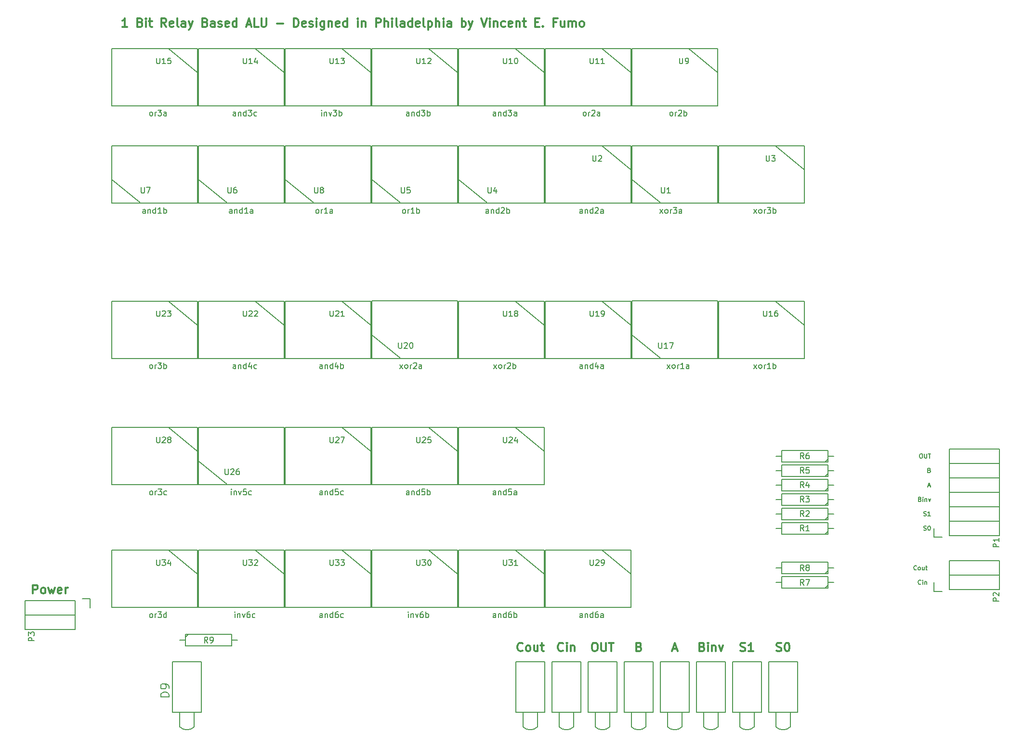
<source format=gto>
G04 #@! TF.FileFunction,Legend,Top*
%FSLAX46Y46*%
G04 Gerber Fmt 4.6, Leading zero omitted, Abs format (unit mm)*
G04 Created by KiCad (PCBNEW (2014-12-04 BZR 5312)-product) date 4/5/2015 3:12:32 PM*
%MOMM*%
G01*
G04 APERTURE LIST*
%ADD10C,0.100000*%
%ADD11C,0.300000*%
%ADD12C,0.190500*%
%ADD13C,0.150000*%
G04 APERTURE END LIST*
D10*
D11*
X165187500Y-144355357D02*
X165401786Y-144426786D01*
X165473214Y-144498214D01*
X165544643Y-144641071D01*
X165544643Y-144855357D01*
X165473214Y-144998214D01*
X165401786Y-145069643D01*
X165258928Y-145141071D01*
X164687500Y-145141071D01*
X164687500Y-143641071D01*
X165187500Y-143641071D01*
X165330357Y-143712500D01*
X165401786Y-143783929D01*
X165473214Y-143926786D01*
X165473214Y-144069643D01*
X165401786Y-144212500D01*
X165330357Y-144283929D01*
X165187500Y-144355357D01*
X164687500Y-144355357D01*
X166187500Y-145141071D02*
X166187500Y-144141071D01*
X166187500Y-143641071D02*
X166116071Y-143712500D01*
X166187500Y-143783929D01*
X166258928Y-143712500D01*
X166187500Y-143641071D01*
X166187500Y-143783929D01*
X166901786Y-144141071D02*
X166901786Y-145141071D01*
X166901786Y-144283929D02*
X166973214Y-144212500D01*
X167116072Y-144141071D01*
X167330357Y-144141071D01*
X167473214Y-144212500D01*
X167544643Y-144355357D01*
X167544643Y-145141071D01*
X168116072Y-144141071D02*
X168473215Y-145141071D01*
X168830357Y-144141071D01*
X64108214Y-35286071D02*
X63251071Y-35286071D01*
X63679643Y-35286071D02*
X63679643Y-33786071D01*
X63536786Y-34000357D01*
X63393928Y-34143214D01*
X63251071Y-34214643D01*
X66393928Y-34500357D02*
X66608214Y-34571786D01*
X66679642Y-34643214D01*
X66751071Y-34786071D01*
X66751071Y-35000357D01*
X66679642Y-35143214D01*
X66608214Y-35214643D01*
X66465356Y-35286071D01*
X65893928Y-35286071D01*
X65893928Y-33786071D01*
X66393928Y-33786071D01*
X66536785Y-33857500D01*
X66608214Y-33928929D01*
X66679642Y-34071786D01*
X66679642Y-34214643D01*
X66608214Y-34357500D01*
X66536785Y-34428929D01*
X66393928Y-34500357D01*
X65893928Y-34500357D01*
X67393928Y-35286071D02*
X67393928Y-34286071D01*
X67393928Y-33786071D02*
X67322499Y-33857500D01*
X67393928Y-33928929D01*
X67465356Y-33857500D01*
X67393928Y-33786071D01*
X67393928Y-33928929D01*
X67893928Y-34286071D02*
X68465357Y-34286071D01*
X68108214Y-33786071D02*
X68108214Y-35071786D01*
X68179642Y-35214643D01*
X68322500Y-35286071D01*
X68465357Y-35286071D01*
X70965357Y-35286071D02*
X70465357Y-34571786D01*
X70108214Y-35286071D02*
X70108214Y-33786071D01*
X70679642Y-33786071D01*
X70822500Y-33857500D01*
X70893928Y-33928929D01*
X70965357Y-34071786D01*
X70965357Y-34286071D01*
X70893928Y-34428929D01*
X70822500Y-34500357D01*
X70679642Y-34571786D01*
X70108214Y-34571786D01*
X72179642Y-35214643D02*
X72036785Y-35286071D01*
X71751071Y-35286071D01*
X71608214Y-35214643D01*
X71536785Y-35071786D01*
X71536785Y-34500357D01*
X71608214Y-34357500D01*
X71751071Y-34286071D01*
X72036785Y-34286071D01*
X72179642Y-34357500D01*
X72251071Y-34500357D01*
X72251071Y-34643214D01*
X71536785Y-34786071D01*
X73108214Y-35286071D02*
X72965356Y-35214643D01*
X72893928Y-35071786D01*
X72893928Y-33786071D01*
X74322499Y-35286071D02*
X74322499Y-34500357D01*
X74251070Y-34357500D01*
X74108213Y-34286071D01*
X73822499Y-34286071D01*
X73679642Y-34357500D01*
X74322499Y-35214643D02*
X74179642Y-35286071D01*
X73822499Y-35286071D01*
X73679642Y-35214643D01*
X73608213Y-35071786D01*
X73608213Y-34928929D01*
X73679642Y-34786071D01*
X73822499Y-34714643D01*
X74179642Y-34714643D01*
X74322499Y-34643214D01*
X74893928Y-34286071D02*
X75251071Y-35286071D01*
X75608213Y-34286071D02*
X75251071Y-35286071D01*
X75108213Y-35643214D01*
X75036785Y-35714643D01*
X74893928Y-35786071D01*
X77822499Y-34500357D02*
X78036785Y-34571786D01*
X78108213Y-34643214D01*
X78179642Y-34786071D01*
X78179642Y-35000357D01*
X78108213Y-35143214D01*
X78036785Y-35214643D01*
X77893927Y-35286071D01*
X77322499Y-35286071D01*
X77322499Y-33786071D01*
X77822499Y-33786071D01*
X77965356Y-33857500D01*
X78036785Y-33928929D01*
X78108213Y-34071786D01*
X78108213Y-34214643D01*
X78036785Y-34357500D01*
X77965356Y-34428929D01*
X77822499Y-34500357D01*
X77322499Y-34500357D01*
X79465356Y-35286071D02*
X79465356Y-34500357D01*
X79393927Y-34357500D01*
X79251070Y-34286071D01*
X78965356Y-34286071D01*
X78822499Y-34357500D01*
X79465356Y-35214643D02*
X79322499Y-35286071D01*
X78965356Y-35286071D01*
X78822499Y-35214643D01*
X78751070Y-35071786D01*
X78751070Y-34928929D01*
X78822499Y-34786071D01*
X78965356Y-34714643D01*
X79322499Y-34714643D01*
X79465356Y-34643214D01*
X80108213Y-35214643D02*
X80251070Y-35286071D01*
X80536785Y-35286071D01*
X80679642Y-35214643D01*
X80751070Y-35071786D01*
X80751070Y-35000357D01*
X80679642Y-34857500D01*
X80536785Y-34786071D01*
X80322499Y-34786071D01*
X80179642Y-34714643D01*
X80108213Y-34571786D01*
X80108213Y-34500357D01*
X80179642Y-34357500D01*
X80322499Y-34286071D01*
X80536785Y-34286071D01*
X80679642Y-34357500D01*
X81965356Y-35214643D02*
X81822499Y-35286071D01*
X81536785Y-35286071D01*
X81393928Y-35214643D01*
X81322499Y-35071786D01*
X81322499Y-34500357D01*
X81393928Y-34357500D01*
X81536785Y-34286071D01*
X81822499Y-34286071D01*
X81965356Y-34357500D01*
X82036785Y-34500357D01*
X82036785Y-34643214D01*
X81322499Y-34786071D01*
X83322499Y-35286071D02*
X83322499Y-33786071D01*
X83322499Y-35214643D02*
X83179642Y-35286071D01*
X82893928Y-35286071D01*
X82751070Y-35214643D01*
X82679642Y-35143214D01*
X82608213Y-35000357D01*
X82608213Y-34571786D01*
X82679642Y-34428929D01*
X82751070Y-34357500D01*
X82893928Y-34286071D01*
X83179642Y-34286071D01*
X83322499Y-34357500D01*
X85108213Y-34857500D02*
X85822499Y-34857500D01*
X84965356Y-35286071D02*
X85465356Y-33786071D01*
X85965356Y-35286071D01*
X87179642Y-35286071D02*
X86465356Y-35286071D01*
X86465356Y-33786071D01*
X87679642Y-33786071D02*
X87679642Y-35000357D01*
X87751070Y-35143214D01*
X87822499Y-35214643D01*
X87965356Y-35286071D01*
X88251070Y-35286071D01*
X88393928Y-35214643D01*
X88465356Y-35143214D01*
X88536785Y-35000357D01*
X88536785Y-33786071D01*
X90393928Y-34714643D02*
X91536785Y-34714643D01*
X93393928Y-35286071D02*
X93393928Y-33786071D01*
X93751071Y-33786071D01*
X93965356Y-33857500D01*
X94108214Y-34000357D01*
X94179642Y-34143214D01*
X94251071Y-34428929D01*
X94251071Y-34643214D01*
X94179642Y-34928929D01*
X94108214Y-35071786D01*
X93965356Y-35214643D01*
X93751071Y-35286071D01*
X93393928Y-35286071D01*
X95465356Y-35214643D02*
X95322499Y-35286071D01*
X95036785Y-35286071D01*
X94893928Y-35214643D01*
X94822499Y-35071786D01*
X94822499Y-34500357D01*
X94893928Y-34357500D01*
X95036785Y-34286071D01*
X95322499Y-34286071D01*
X95465356Y-34357500D01*
X95536785Y-34500357D01*
X95536785Y-34643214D01*
X94822499Y-34786071D01*
X96108213Y-35214643D02*
X96251070Y-35286071D01*
X96536785Y-35286071D01*
X96679642Y-35214643D01*
X96751070Y-35071786D01*
X96751070Y-35000357D01*
X96679642Y-34857500D01*
X96536785Y-34786071D01*
X96322499Y-34786071D01*
X96179642Y-34714643D01*
X96108213Y-34571786D01*
X96108213Y-34500357D01*
X96179642Y-34357500D01*
X96322499Y-34286071D01*
X96536785Y-34286071D01*
X96679642Y-34357500D01*
X97393928Y-35286071D02*
X97393928Y-34286071D01*
X97393928Y-33786071D02*
X97322499Y-33857500D01*
X97393928Y-33928929D01*
X97465356Y-33857500D01*
X97393928Y-33786071D01*
X97393928Y-33928929D01*
X98751071Y-34286071D02*
X98751071Y-35500357D01*
X98679642Y-35643214D01*
X98608214Y-35714643D01*
X98465357Y-35786071D01*
X98251071Y-35786071D01*
X98108214Y-35714643D01*
X98751071Y-35214643D02*
X98608214Y-35286071D01*
X98322500Y-35286071D01*
X98179642Y-35214643D01*
X98108214Y-35143214D01*
X98036785Y-35000357D01*
X98036785Y-34571786D01*
X98108214Y-34428929D01*
X98179642Y-34357500D01*
X98322500Y-34286071D01*
X98608214Y-34286071D01*
X98751071Y-34357500D01*
X99465357Y-34286071D02*
X99465357Y-35286071D01*
X99465357Y-34428929D02*
X99536785Y-34357500D01*
X99679643Y-34286071D01*
X99893928Y-34286071D01*
X100036785Y-34357500D01*
X100108214Y-34500357D01*
X100108214Y-35286071D01*
X101393928Y-35214643D02*
X101251071Y-35286071D01*
X100965357Y-35286071D01*
X100822500Y-35214643D01*
X100751071Y-35071786D01*
X100751071Y-34500357D01*
X100822500Y-34357500D01*
X100965357Y-34286071D01*
X101251071Y-34286071D01*
X101393928Y-34357500D01*
X101465357Y-34500357D01*
X101465357Y-34643214D01*
X100751071Y-34786071D01*
X102751071Y-35286071D02*
X102751071Y-33786071D01*
X102751071Y-35214643D02*
X102608214Y-35286071D01*
X102322500Y-35286071D01*
X102179642Y-35214643D01*
X102108214Y-35143214D01*
X102036785Y-35000357D01*
X102036785Y-34571786D01*
X102108214Y-34428929D01*
X102179642Y-34357500D01*
X102322500Y-34286071D01*
X102608214Y-34286071D01*
X102751071Y-34357500D01*
X104608214Y-35286071D02*
X104608214Y-34286071D01*
X104608214Y-33786071D02*
X104536785Y-33857500D01*
X104608214Y-33928929D01*
X104679642Y-33857500D01*
X104608214Y-33786071D01*
X104608214Y-33928929D01*
X105322500Y-34286071D02*
X105322500Y-35286071D01*
X105322500Y-34428929D02*
X105393928Y-34357500D01*
X105536786Y-34286071D01*
X105751071Y-34286071D01*
X105893928Y-34357500D01*
X105965357Y-34500357D01*
X105965357Y-35286071D01*
X107822500Y-35286071D02*
X107822500Y-33786071D01*
X108393928Y-33786071D01*
X108536786Y-33857500D01*
X108608214Y-33928929D01*
X108679643Y-34071786D01*
X108679643Y-34286071D01*
X108608214Y-34428929D01*
X108536786Y-34500357D01*
X108393928Y-34571786D01*
X107822500Y-34571786D01*
X109322500Y-35286071D02*
X109322500Y-33786071D01*
X109965357Y-35286071D02*
X109965357Y-34500357D01*
X109893928Y-34357500D01*
X109751071Y-34286071D01*
X109536786Y-34286071D01*
X109393928Y-34357500D01*
X109322500Y-34428929D01*
X110679643Y-35286071D02*
X110679643Y-34286071D01*
X110679643Y-33786071D02*
X110608214Y-33857500D01*
X110679643Y-33928929D01*
X110751071Y-33857500D01*
X110679643Y-33786071D01*
X110679643Y-33928929D01*
X111608215Y-35286071D02*
X111465357Y-35214643D01*
X111393929Y-35071786D01*
X111393929Y-33786071D01*
X112822500Y-35286071D02*
X112822500Y-34500357D01*
X112751071Y-34357500D01*
X112608214Y-34286071D01*
X112322500Y-34286071D01*
X112179643Y-34357500D01*
X112822500Y-35214643D02*
X112679643Y-35286071D01*
X112322500Y-35286071D01*
X112179643Y-35214643D01*
X112108214Y-35071786D01*
X112108214Y-34928929D01*
X112179643Y-34786071D01*
X112322500Y-34714643D01*
X112679643Y-34714643D01*
X112822500Y-34643214D01*
X114179643Y-35286071D02*
X114179643Y-33786071D01*
X114179643Y-35214643D02*
X114036786Y-35286071D01*
X113751072Y-35286071D01*
X113608214Y-35214643D01*
X113536786Y-35143214D01*
X113465357Y-35000357D01*
X113465357Y-34571786D01*
X113536786Y-34428929D01*
X113608214Y-34357500D01*
X113751072Y-34286071D01*
X114036786Y-34286071D01*
X114179643Y-34357500D01*
X115465357Y-35214643D02*
X115322500Y-35286071D01*
X115036786Y-35286071D01*
X114893929Y-35214643D01*
X114822500Y-35071786D01*
X114822500Y-34500357D01*
X114893929Y-34357500D01*
X115036786Y-34286071D01*
X115322500Y-34286071D01*
X115465357Y-34357500D01*
X115536786Y-34500357D01*
X115536786Y-34643214D01*
X114822500Y-34786071D01*
X116393929Y-35286071D02*
X116251071Y-35214643D01*
X116179643Y-35071786D01*
X116179643Y-33786071D01*
X116965357Y-34286071D02*
X116965357Y-35786071D01*
X116965357Y-34357500D02*
X117108214Y-34286071D01*
X117393928Y-34286071D01*
X117536785Y-34357500D01*
X117608214Y-34428929D01*
X117679643Y-34571786D01*
X117679643Y-35000357D01*
X117608214Y-35143214D01*
X117536785Y-35214643D01*
X117393928Y-35286071D01*
X117108214Y-35286071D01*
X116965357Y-35214643D01*
X118322500Y-35286071D02*
X118322500Y-33786071D01*
X118965357Y-35286071D02*
X118965357Y-34500357D01*
X118893928Y-34357500D01*
X118751071Y-34286071D01*
X118536786Y-34286071D01*
X118393928Y-34357500D01*
X118322500Y-34428929D01*
X119679643Y-35286071D02*
X119679643Y-34286071D01*
X119679643Y-33786071D02*
X119608214Y-33857500D01*
X119679643Y-33928929D01*
X119751071Y-33857500D01*
X119679643Y-33786071D01*
X119679643Y-33928929D01*
X121036786Y-35286071D02*
X121036786Y-34500357D01*
X120965357Y-34357500D01*
X120822500Y-34286071D01*
X120536786Y-34286071D01*
X120393929Y-34357500D01*
X121036786Y-35214643D02*
X120893929Y-35286071D01*
X120536786Y-35286071D01*
X120393929Y-35214643D01*
X120322500Y-35071786D01*
X120322500Y-34928929D01*
X120393929Y-34786071D01*
X120536786Y-34714643D01*
X120893929Y-34714643D01*
X121036786Y-34643214D01*
X122893929Y-35286071D02*
X122893929Y-33786071D01*
X122893929Y-34357500D02*
X123036786Y-34286071D01*
X123322500Y-34286071D01*
X123465357Y-34357500D01*
X123536786Y-34428929D01*
X123608215Y-34571786D01*
X123608215Y-35000357D01*
X123536786Y-35143214D01*
X123465357Y-35214643D01*
X123322500Y-35286071D01*
X123036786Y-35286071D01*
X122893929Y-35214643D01*
X124108215Y-34286071D02*
X124465358Y-35286071D01*
X124822500Y-34286071D02*
X124465358Y-35286071D01*
X124322500Y-35643214D01*
X124251072Y-35714643D01*
X124108215Y-35786071D01*
X126322500Y-33786071D02*
X126822500Y-35286071D01*
X127322500Y-33786071D01*
X127822500Y-35286071D02*
X127822500Y-34286071D01*
X127822500Y-33786071D02*
X127751071Y-33857500D01*
X127822500Y-33928929D01*
X127893928Y-33857500D01*
X127822500Y-33786071D01*
X127822500Y-33928929D01*
X128536786Y-34286071D02*
X128536786Y-35286071D01*
X128536786Y-34428929D02*
X128608214Y-34357500D01*
X128751072Y-34286071D01*
X128965357Y-34286071D01*
X129108214Y-34357500D01*
X129179643Y-34500357D01*
X129179643Y-35286071D01*
X130536786Y-35214643D02*
X130393929Y-35286071D01*
X130108215Y-35286071D01*
X129965357Y-35214643D01*
X129893929Y-35143214D01*
X129822500Y-35000357D01*
X129822500Y-34571786D01*
X129893929Y-34428929D01*
X129965357Y-34357500D01*
X130108215Y-34286071D01*
X130393929Y-34286071D01*
X130536786Y-34357500D01*
X131751071Y-35214643D02*
X131608214Y-35286071D01*
X131322500Y-35286071D01*
X131179643Y-35214643D01*
X131108214Y-35071786D01*
X131108214Y-34500357D01*
X131179643Y-34357500D01*
X131322500Y-34286071D01*
X131608214Y-34286071D01*
X131751071Y-34357500D01*
X131822500Y-34500357D01*
X131822500Y-34643214D01*
X131108214Y-34786071D01*
X132465357Y-34286071D02*
X132465357Y-35286071D01*
X132465357Y-34428929D02*
X132536785Y-34357500D01*
X132679643Y-34286071D01*
X132893928Y-34286071D01*
X133036785Y-34357500D01*
X133108214Y-34500357D01*
X133108214Y-35286071D01*
X133608214Y-34286071D02*
X134179643Y-34286071D01*
X133822500Y-33786071D02*
X133822500Y-35071786D01*
X133893928Y-35214643D01*
X134036786Y-35286071D01*
X134179643Y-35286071D01*
X135822500Y-34500357D02*
X136322500Y-34500357D01*
X136536786Y-35286071D02*
X135822500Y-35286071D01*
X135822500Y-33786071D01*
X136536786Y-33786071D01*
X137179643Y-35143214D02*
X137251071Y-35214643D01*
X137179643Y-35286071D01*
X137108214Y-35214643D01*
X137179643Y-35143214D01*
X137179643Y-35286071D01*
X139536786Y-34500357D02*
X139036786Y-34500357D01*
X139036786Y-35286071D02*
X139036786Y-33786071D01*
X139751072Y-33786071D01*
X140965357Y-34286071D02*
X140965357Y-35286071D01*
X140322500Y-34286071D02*
X140322500Y-35071786D01*
X140393928Y-35214643D01*
X140536786Y-35286071D01*
X140751071Y-35286071D01*
X140893928Y-35214643D01*
X140965357Y-35143214D01*
X141679643Y-35286071D02*
X141679643Y-34286071D01*
X141679643Y-34428929D02*
X141751071Y-34357500D01*
X141893929Y-34286071D01*
X142108214Y-34286071D01*
X142251071Y-34357500D01*
X142322500Y-34500357D01*
X142322500Y-35286071D01*
X142322500Y-34500357D02*
X142393929Y-34357500D01*
X142536786Y-34286071D01*
X142751071Y-34286071D01*
X142893929Y-34357500D01*
X142965357Y-34500357D01*
X142965357Y-35286071D01*
X143893929Y-35286071D02*
X143751071Y-35214643D01*
X143679643Y-35143214D01*
X143608214Y-35000357D01*
X143608214Y-34571786D01*
X143679643Y-34428929D01*
X143751071Y-34357500D01*
X143893929Y-34286071D01*
X144108214Y-34286071D01*
X144251071Y-34357500D01*
X144322500Y-34428929D01*
X144393929Y-34571786D01*
X144393929Y-35000357D01*
X144322500Y-35143214D01*
X144251071Y-35214643D01*
X144108214Y-35286071D01*
X143893929Y-35286071D01*
X47518215Y-134981071D02*
X47518215Y-133481071D01*
X48089643Y-133481071D01*
X48232501Y-133552500D01*
X48303929Y-133623929D01*
X48375358Y-133766786D01*
X48375358Y-133981071D01*
X48303929Y-134123929D01*
X48232501Y-134195357D01*
X48089643Y-134266786D01*
X47518215Y-134266786D01*
X49232501Y-134981071D02*
X49089643Y-134909643D01*
X49018215Y-134838214D01*
X48946786Y-134695357D01*
X48946786Y-134266786D01*
X49018215Y-134123929D01*
X49089643Y-134052500D01*
X49232501Y-133981071D01*
X49446786Y-133981071D01*
X49589643Y-134052500D01*
X49661072Y-134123929D01*
X49732501Y-134266786D01*
X49732501Y-134695357D01*
X49661072Y-134838214D01*
X49589643Y-134909643D01*
X49446786Y-134981071D01*
X49232501Y-134981071D01*
X50232501Y-133981071D02*
X50518215Y-134981071D01*
X50803929Y-134266786D01*
X51089644Y-134981071D01*
X51375358Y-133981071D01*
X52518215Y-134909643D02*
X52375358Y-134981071D01*
X52089644Y-134981071D01*
X51946787Y-134909643D01*
X51875358Y-134766786D01*
X51875358Y-134195357D01*
X51946787Y-134052500D01*
X52089644Y-133981071D01*
X52375358Y-133981071D01*
X52518215Y-134052500D01*
X52589644Y-134195357D01*
X52589644Y-134338214D01*
X51875358Y-134481071D01*
X53232501Y-134981071D02*
X53232501Y-133981071D01*
X53232501Y-134266786D02*
X53303929Y-134123929D01*
X53375358Y-134052500D01*
X53518215Y-133981071D01*
X53661072Y-133981071D01*
D12*
X205095929Y-113293071D02*
X205204786Y-113329357D01*
X205241071Y-113365643D01*
X205277357Y-113438214D01*
X205277357Y-113547071D01*
X205241071Y-113619643D01*
X205204786Y-113655929D01*
X205132214Y-113692214D01*
X204841929Y-113692214D01*
X204841929Y-112930214D01*
X205095929Y-112930214D01*
X205168500Y-112966500D01*
X205204786Y-113002786D01*
X205241071Y-113075357D01*
X205241071Y-113147929D01*
X205204786Y-113220500D01*
X205168500Y-113256786D01*
X205095929Y-113293071D01*
X204841929Y-113293071D01*
X203571928Y-110390214D02*
X203717071Y-110390214D01*
X203789643Y-110426500D01*
X203862214Y-110499071D01*
X203898500Y-110644214D01*
X203898500Y-110898214D01*
X203862214Y-111043357D01*
X203789643Y-111115929D01*
X203717071Y-111152214D01*
X203571928Y-111152214D01*
X203499357Y-111115929D01*
X203426786Y-111043357D01*
X203390500Y-110898214D01*
X203390500Y-110644214D01*
X203426786Y-110499071D01*
X203499357Y-110426500D01*
X203571928Y-110390214D01*
X204225072Y-110390214D02*
X204225072Y-111007071D01*
X204261357Y-111079643D01*
X204297643Y-111115929D01*
X204370214Y-111152214D01*
X204515357Y-111152214D01*
X204587929Y-111115929D01*
X204624214Y-111079643D01*
X204660500Y-111007071D01*
X204660500Y-110390214D01*
X204914500Y-110390214D02*
X205349929Y-110390214D01*
X205132215Y-111152214D02*
X205132215Y-110390214D01*
X202828070Y-130764643D02*
X202791784Y-130800929D01*
X202682927Y-130837214D01*
X202610356Y-130837214D01*
X202501499Y-130800929D01*
X202428927Y-130728357D01*
X202392642Y-130655786D01*
X202356356Y-130510643D01*
X202356356Y-130401786D01*
X202392642Y-130256643D01*
X202428927Y-130184071D01*
X202501499Y-130111500D01*
X202610356Y-130075214D01*
X202682927Y-130075214D01*
X202791784Y-130111500D01*
X202828070Y-130147786D01*
X203263499Y-130837214D02*
X203190927Y-130800929D01*
X203154642Y-130764643D01*
X203118356Y-130692071D01*
X203118356Y-130474357D01*
X203154642Y-130401786D01*
X203190927Y-130365500D01*
X203263499Y-130329214D01*
X203372356Y-130329214D01*
X203444927Y-130365500D01*
X203481213Y-130401786D01*
X203517499Y-130474357D01*
X203517499Y-130692071D01*
X203481213Y-130764643D01*
X203444927Y-130800929D01*
X203372356Y-130837214D01*
X203263499Y-130837214D01*
X204170642Y-130329214D02*
X204170642Y-130837214D01*
X203844071Y-130329214D02*
X203844071Y-130728357D01*
X203880356Y-130800929D01*
X203952928Y-130837214D01*
X204061785Y-130837214D01*
X204134356Y-130800929D01*
X204170642Y-130764643D01*
X204424642Y-130329214D02*
X204714928Y-130329214D01*
X204533500Y-130075214D02*
X204533500Y-130728357D01*
X204569785Y-130800929D01*
X204642357Y-130837214D01*
X204714928Y-130837214D01*
X203590071Y-133304643D02*
X203553785Y-133340929D01*
X203444928Y-133377214D01*
X203372357Y-133377214D01*
X203263500Y-133340929D01*
X203190928Y-133268357D01*
X203154643Y-133195786D01*
X203118357Y-133050643D01*
X203118357Y-132941786D01*
X203154643Y-132796643D01*
X203190928Y-132724071D01*
X203263500Y-132651500D01*
X203372357Y-132615214D01*
X203444928Y-132615214D01*
X203553785Y-132651500D01*
X203590071Y-132687786D01*
X203916643Y-133377214D02*
X203916643Y-132869214D01*
X203916643Y-132615214D02*
X203880357Y-132651500D01*
X203916643Y-132687786D01*
X203952928Y-132651500D01*
X203916643Y-132615214D01*
X203916643Y-132687786D01*
X204279500Y-132869214D02*
X204279500Y-133377214D01*
X204279500Y-132941786D02*
X204315785Y-132905500D01*
X204388357Y-132869214D01*
X204497214Y-132869214D01*
X204569785Y-132905500D01*
X204606071Y-132978071D01*
X204606071Y-133377214D01*
X203463072Y-118373071D02*
X203571929Y-118409357D01*
X203608214Y-118445643D01*
X203644500Y-118518214D01*
X203644500Y-118627071D01*
X203608214Y-118699643D01*
X203571929Y-118735929D01*
X203499357Y-118772214D01*
X203209072Y-118772214D01*
X203209072Y-118010214D01*
X203463072Y-118010214D01*
X203535643Y-118046500D01*
X203571929Y-118082786D01*
X203608214Y-118155357D01*
X203608214Y-118227929D01*
X203571929Y-118300500D01*
X203535643Y-118336786D01*
X203463072Y-118373071D01*
X203209072Y-118373071D01*
X203971072Y-118772214D02*
X203971072Y-118264214D01*
X203971072Y-118010214D02*
X203934786Y-118046500D01*
X203971072Y-118082786D01*
X204007357Y-118046500D01*
X203971072Y-118010214D01*
X203971072Y-118082786D01*
X204333929Y-118264214D02*
X204333929Y-118772214D01*
X204333929Y-118336786D02*
X204370214Y-118300500D01*
X204442786Y-118264214D01*
X204551643Y-118264214D01*
X204624214Y-118300500D01*
X204660500Y-118373071D01*
X204660500Y-118772214D01*
X204950786Y-118264214D02*
X205132215Y-118772214D01*
X205313643Y-118264214D01*
X204914500Y-116014500D02*
X205277357Y-116014500D01*
X204841928Y-116232214D02*
X205095928Y-115470214D01*
X205349928Y-116232214D01*
X204116215Y-121275929D02*
X204225072Y-121312214D01*
X204406501Y-121312214D01*
X204479072Y-121275929D01*
X204515358Y-121239643D01*
X204551643Y-121167071D01*
X204551643Y-121094500D01*
X204515358Y-121021929D01*
X204479072Y-120985643D01*
X204406501Y-120949357D01*
X204261358Y-120913071D01*
X204188786Y-120876786D01*
X204152501Y-120840500D01*
X204116215Y-120767929D01*
X204116215Y-120695357D01*
X204152501Y-120622786D01*
X204188786Y-120586500D01*
X204261358Y-120550214D01*
X204442786Y-120550214D01*
X204551643Y-120586500D01*
X205277357Y-121312214D02*
X204841929Y-121312214D01*
X205059643Y-121312214D02*
X205059643Y-120550214D01*
X204987072Y-120659071D01*
X204914500Y-120731643D01*
X204841929Y-120767929D01*
X204116215Y-123815929D02*
X204225072Y-123852214D01*
X204406501Y-123852214D01*
X204479072Y-123815929D01*
X204515358Y-123779643D01*
X204551643Y-123707071D01*
X204551643Y-123634500D01*
X204515358Y-123561929D01*
X204479072Y-123525643D01*
X204406501Y-123489357D01*
X204261358Y-123453071D01*
X204188786Y-123416786D01*
X204152501Y-123380500D01*
X204116215Y-123307929D01*
X204116215Y-123235357D01*
X204152501Y-123162786D01*
X204188786Y-123126500D01*
X204261358Y-123090214D01*
X204442786Y-123090214D01*
X204551643Y-123126500D01*
X205023357Y-123090214D02*
X205095929Y-123090214D01*
X205168500Y-123126500D01*
X205204786Y-123162786D01*
X205241072Y-123235357D01*
X205277357Y-123380500D01*
X205277357Y-123561929D01*
X205241072Y-123707071D01*
X205204786Y-123779643D01*
X205168500Y-123815929D01*
X205095929Y-123852214D01*
X205023357Y-123852214D01*
X204950786Y-123815929D01*
X204914500Y-123779643D01*
X204878215Y-123707071D01*
X204841929Y-123561929D01*
X204841929Y-123380500D01*
X204878215Y-123235357D01*
X204914500Y-123162786D01*
X204950786Y-123126500D01*
X205023357Y-123090214D01*
D11*
X133616072Y-144998214D02*
X133544643Y-145069643D01*
X133330357Y-145141071D01*
X133187500Y-145141071D01*
X132973215Y-145069643D01*
X132830357Y-144926786D01*
X132758929Y-144783929D01*
X132687500Y-144498214D01*
X132687500Y-144283929D01*
X132758929Y-143998214D01*
X132830357Y-143855357D01*
X132973215Y-143712500D01*
X133187500Y-143641071D01*
X133330357Y-143641071D01*
X133544643Y-143712500D01*
X133616072Y-143783929D01*
X134473215Y-145141071D02*
X134330357Y-145069643D01*
X134258929Y-144998214D01*
X134187500Y-144855357D01*
X134187500Y-144426786D01*
X134258929Y-144283929D01*
X134330357Y-144212500D01*
X134473215Y-144141071D01*
X134687500Y-144141071D01*
X134830357Y-144212500D01*
X134901786Y-144283929D01*
X134973215Y-144426786D01*
X134973215Y-144855357D01*
X134901786Y-144998214D01*
X134830357Y-145069643D01*
X134687500Y-145141071D01*
X134473215Y-145141071D01*
X136258929Y-144141071D02*
X136258929Y-145141071D01*
X135616072Y-144141071D02*
X135616072Y-144926786D01*
X135687500Y-145069643D01*
X135830358Y-145141071D01*
X136044643Y-145141071D01*
X136187500Y-145069643D01*
X136258929Y-144998214D01*
X136758929Y-144141071D02*
X137330358Y-144141071D01*
X136973215Y-143641071D02*
X136973215Y-144926786D01*
X137044643Y-145069643D01*
X137187501Y-145141071D01*
X137330358Y-145141071D01*
X146137500Y-143641071D02*
X146423214Y-143641071D01*
X146566072Y-143712500D01*
X146708929Y-143855357D01*
X146780357Y-144141071D01*
X146780357Y-144641071D01*
X146708929Y-144926786D01*
X146566072Y-145069643D01*
X146423214Y-145141071D01*
X146137500Y-145141071D01*
X145994643Y-145069643D01*
X145851786Y-144926786D01*
X145780357Y-144641071D01*
X145780357Y-144141071D01*
X145851786Y-143855357D01*
X145994643Y-143712500D01*
X146137500Y-143641071D01*
X147423215Y-143641071D02*
X147423215Y-144855357D01*
X147494643Y-144998214D01*
X147566072Y-145069643D01*
X147708929Y-145141071D01*
X147994643Y-145141071D01*
X148137501Y-145069643D01*
X148208929Y-144998214D01*
X148280358Y-144855357D01*
X148280358Y-143641071D01*
X148780358Y-143641071D02*
X149637501Y-143641071D01*
X149208930Y-145141071D02*
X149208930Y-143641071D01*
X140716072Y-144998214D02*
X140644643Y-145069643D01*
X140430357Y-145141071D01*
X140287500Y-145141071D01*
X140073215Y-145069643D01*
X139930357Y-144926786D01*
X139858929Y-144783929D01*
X139787500Y-144498214D01*
X139787500Y-144283929D01*
X139858929Y-143998214D01*
X139930357Y-143855357D01*
X140073215Y-143712500D01*
X140287500Y-143641071D01*
X140430357Y-143641071D01*
X140644643Y-143712500D01*
X140716072Y-143783929D01*
X141358929Y-145141071D02*
X141358929Y-144141071D01*
X141358929Y-143641071D02*
X141287500Y-143712500D01*
X141358929Y-143783929D01*
X141430357Y-143712500D01*
X141358929Y-143641071D01*
X141358929Y-143783929D01*
X142073215Y-144141071D02*
X142073215Y-145141071D01*
X142073215Y-144283929D02*
X142144643Y-144212500D01*
X142287501Y-144141071D01*
X142501786Y-144141071D01*
X142644643Y-144212500D01*
X142716072Y-144355357D01*
X142716072Y-145141071D01*
X154094643Y-144355357D02*
X154308929Y-144426786D01*
X154380357Y-144498214D01*
X154451786Y-144641071D01*
X154451786Y-144855357D01*
X154380357Y-144998214D01*
X154308929Y-145069643D01*
X154166071Y-145141071D01*
X153594643Y-145141071D01*
X153594643Y-143641071D01*
X154094643Y-143641071D01*
X154237500Y-143712500D01*
X154308929Y-143783929D01*
X154380357Y-143926786D01*
X154380357Y-144069643D01*
X154308929Y-144212500D01*
X154237500Y-144283929D01*
X154094643Y-144355357D01*
X153594643Y-144355357D01*
X159980357Y-144712500D02*
X160694643Y-144712500D01*
X159837500Y-145141071D02*
X160337500Y-143641071D01*
X160837500Y-145141071D01*
X171894643Y-145069643D02*
X172108929Y-145141071D01*
X172466072Y-145141071D01*
X172608929Y-145069643D01*
X172680358Y-144998214D01*
X172751786Y-144855357D01*
X172751786Y-144712500D01*
X172680358Y-144569643D01*
X172608929Y-144498214D01*
X172466072Y-144426786D01*
X172180358Y-144355357D01*
X172037500Y-144283929D01*
X171966072Y-144212500D01*
X171894643Y-144069643D01*
X171894643Y-143926786D01*
X171966072Y-143783929D01*
X172037500Y-143712500D01*
X172180358Y-143641071D01*
X172537500Y-143641071D01*
X172751786Y-143712500D01*
X174180357Y-145141071D02*
X173323214Y-145141071D01*
X173751786Y-145141071D02*
X173751786Y-143641071D01*
X173608929Y-143855357D01*
X173466071Y-143998214D01*
X173323214Y-144069643D01*
X178244643Y-145069643D02*
X178458929Y-145141071D01*
X178816072Y-145141071D01*
X178958929Y-145069643D01*
X179030358Y-144998214D01*
X179101786Y-144855357D01*
X179101786Y-144712500D01*
X179030358Y-144569643D01*
X178958929Y-144498214D01*
X178816072Y-144426786D01*
X178530358Y-144355357D01*
X178387500Y-144283929D01*
X178316072Y-144212500D01*
X178244643Y-144069643D01*
X178244643Y-143926786D01*
X178316072Y-143783929D01*
X178387500Y-143712500D01*
X178530358Y-143641071D01*
X178887500Y-143641071D01*
X179101786Y-143712500D01*
X180030357Y-143641071D02*
X180173214Y-143641071D01*
X180316071Y-143712500D01*
X180387500Y-143783929D01*
X180458929Y-143926786D01*
X180530357Y-144212500D01*
X180530357Y-144569643D01*
X180458929Y-144855357D01*
X180387500Y-144998214D01*
X180316071Y-145069643D01*
X180173214Y-145141071D01*
X180030357Y-145141071D01*
X179887500Y-145069643D01*
X179816071Y-144998214D01*
X179744643Y-144855357D01*
X179673214Y-144569643D01*
X179673214Y-144212500D01*
X179744643Y-143926786D01*
X179816071Y-143783929D01*
X179887500Y-143712500D01*
X180030357Y-143641071D01*
D13*
X178117500Y-158432500D02*
G75*
G03X180657500Y-158432500I1270000J1270000D01*
G01*
X178117500Y-155892500D02*
X178117500Y-158432500D01*
X180657500Y-155892500D02*
X180657500Y-158432500D01*
X181927500Y-147002500D02*
X181927500Y-148272500D01*
X181927500Y-147002500D02*
X176847500Y-147002500D01*
X176847500Y-147002500D02*
X176847500Y-155892500D01*
X181927500Y-152082500D02*
X181927500Y-155892500D01*
X181927500Y-155892500D02*
X176847500Y-155892500D01*
X181927500Y-148272500D02*
X181927500Y-152082500D01*
X171767500Y-158432500D02*
G75*
G03X174307500Y-158432500I1270000J1270000D01*
G01*
X171767500Y-155892500D02*
X171767500Y-158432500D01*
X174307500Y-155892500D02*
X174307500Y-158432500D01*
X175577500Y-147002500D02*
X175577500Y-148272500D01*
X175577500Y-147002500D02*
X170497500Y-147002500D01*
X170497500Y-147002500D02*
X170497500Y-155892500D01*
X175577500Y-152082500D02*
X175577500Y-155892500D01*
X175577500Y-155892500D02*
X170497500Y-155892500D01*
X175577500Y-148272500D02*
X175577500Y-152082500D01*
X165417500Y-158432500D02*
G75*
G03X167957500Y-158432500I1270000J1270000D01*
G01*
X165417500Y-155892500D02*
X165417500Y-158432500D01*
X167957500Y-155892500D02*
X167957500Y-158432500D01*
X169227500Y-147002500D02*
X169227500Y-148272500D01*
X169227500Y-147002500D02*
X164147500Y-147002500D01*
X164147500Y-147002500D02*
X164147500Y-155892500D01*
X169227500Y-152082500D02*
X169227500Y-155892500D01*
X169227500Y-155892500D02*
X164147500Y-155892500D01*
X169227500Y-148272500D02*
X169227500Y-152082500D01*
X159067500Y-158432500D02*
G75*
G03X161607500Y-158432500I1270000J1270000D01*
G01*
X159067500Y-155892500D02*
X159067500Y-158432500D01*
X161607500Y-155892500D02*
X161607500Y-158432500D01*
X162877500Y-147002500D02*
X162877500Y-148272500D01*
X162877500Y-147002500D02*
X157797500Y-147002500D01*
X157797500Y-147002500D02*
X157797500Y-155892500D01*
X162877500Y-152082500D02*
X162877500Y-155892500D01*
X162877500Y-155892500D02*
X157797500Y-155892500D01*
X162877500Y-148272500D02*
X162877500Y-152082500D01*
X152717500Y-158432500D02*
G75*
G03X155257500Y-158432500I1270000J1270000D01*
G01*
X152717500Y-155892500D02*
X152717500Y-158432500D01*
X155257500Y-155892500D02*
X155257500Y-158432500D01*
X156527500Y-147002500D02*
X156527500Y-148272500D01*
X156527500Y-147002500D02*
X151447500Y-147002500D01*
X151447500Y-147002500D02*
X151447500Y-155892500D01*
X156527500Y-152082500D02*
X156527500Y-155892500D01*
X156527500Y-155892500D02*
X151447500Y-155892500D01*
X156527500Y-148272500D02*
X156527500Y-152082500D01*
X146367500Y-158432500D02*
G75*
G03X148907500Y-158432500I1270000J1270000D01*
G01*
X146367500Y-155892500D02*
X146367500Y-158432500D01*
X148907500Y-155892500D02*
X148907500Y-158432500D01*
X150177500Y-147002500D02*
X150177500Y-148272500D01*
X150177500Y-147002500D02*
X145097500Y-147002500D01*
X145097500Y-147002500D02*
X145097500Y-155892500D01*
X150177500Y-152082500D02*
X150177500Y-155892500D01*
X150177500Y-155892500D02*
X145097500Y-155892500D01*
X150177500Y-148272500D02*
X150177500Y-152082500D01*
X140017500Y-158432500D02*
G75*
G03X142557500Y-158432500I1270000J1270000D01*
G01*
X140017500Y-155892500D02*
X140017500Y-158432500D01*
X142557500Y-155892500D02*
X142557500Y-158432500D01*
X143827500Y-147002500D02*
X143827500Y-148272500D01*
X143827500Y-147002500D02*
X138747500Y-147002500D01*
X138747500Y-147002500D02*
X138747500Y-155892500D01*
X143827500Y-152082500D02*
X143827500Y-155892500D01*
X143827500Y-155892500D02*
X138747500Y-155892500D01*
X143827500Y-148272500D02*
X143827500Y-152082500D01*
X133667500Y-158432500D02*
G75*
G03X136207500Y-158432500I1270000J1270000D01*
G01*
X133667500Y-155892500D02*
X133667500Y-158432500D01*
X136207500Y-155892500D02*
X136207500Y-158432500D01*
X137477500Y-147002500D02*
X137477500Y-148272500D01*
X137477500Y-147002500D02*
X132397500Y-147002500D01*
X132397500Y-147002500D02*
X132397500Y-155892500D01*
X137477500Y-152082500D02*
X137477500Y-155892500D01*
X137477500Y-155892500D02*
X132397500Y-155892500D01*
X137477500Y-148272500D02*
X137477500Y-152082500D01*
X73342500Y-158432500D02*
G75*
G03X75882500Y-158432500I1270000J1270000D01*
G01*
X73342500Y-155892500D02*
X73342500Y-158432500D01*
X75882500Y-155892500D02*
X75882500Y-158432500D01*
X77152500Y-147002500D02*
X77152500Y-148272500D01*
X77152500Y-147002500D02*
X72072500Y-147002500D01*
X72072500Y-147002500D02*
X72072500Y-155892500D01*
X77152500Y-152082500D02*
X77152500Y-155892500D01*
X77152500Y-155892500D02*
X72072500Y-155892500D01*
X77152500Y-148272500D02*
X77152500Y-152082500D01*
X217427500Y-109537500D02*
X208597500Y-109537500D01*
X217427500Y-112077500D02*
X217427500Y-109537500D01*
X208597500Y-112077500D02*
X208597500Y-109537500D01*
X208597500Y-114617500D02*
X208597500Y-112077500D01*
X217427500Y-114617500D02*
X217427500Y-112077500D01*
X217427500Y-112077500D02*
X208597500Y-112077500D01*
X217427500Y-114617500D02*
X208597500Y-114617500D01*
X217427500Y-117157500D02*
X217427500Y-114617500D01*
X208597500Y-117157500D02*
X208597500Y-114617500D01*
X208597500Y-119697500D02*
X208597500Y-117157500D01*
X217427500Y-119697500D02*
X217427500Y-117157500D01*
X217427500Y-117157500D02*
X208597500Y-117157500D01*
X217427500Y-119697500D02*
X208597500Y-119697500D01*
X217427500Y-122237500D02*
X217427500Y-119697500D01*
X208597500Y-122237500D02*
X217427500Y-122237500D01*
X208597500Y-122237500D02*
X208597500Y-119697500D01*
X208597500Y-124777500D02*
X208597500Y-122237500D01*
X205927500Y-123507500D02*
X205927500Y-125057500D01*
X205927500Y-125057500D02*
X207327500Y-125057500D01*
X208597500Y-124777500D02*
X217427500Y-124777500D01*
X217427500Y-124777500D02*
X217427500Y-122237500D01*
X217427500Y-122237500D02*
X208597500Y-122237500D01*
X217427500Y-129222500D02*
X208597500Y-129222500D01*
X217427500Y-131762500D02*
X217427500Y-129222500D01*
X208597500Y-131762500D02*
X217427500Y-131762500D01*
X208597500Y-131762500D02*
X208597500Y-129222500D01*
X208597500Y-134302500D02*
X208597500Y-131762500D01*
X205927500Y-133032500D02*
X205927500Y-134582500D01*
X205927500Y-134582500D02*
X207327500Y-134582500D01*
X208597500Y-134302500D02*
X217427500Y-134302500D01*
X217427500Y-134302500D02*
X217427500Y-131762500D01*
X217427500Y-131762500D02*
X208597500Y-131762500D01*
X46097500Y-141287500D02*
X54927500Y-141287500D01*
X46097500Y-138747500D02*
X46097500Y-141287500D01*
X54927500Y-138747500D02*
X46097500Y-138747500D01*
X54927500Y-138747500D02*
X54927500Y-141287500D01*
X54927500Y-136207500D02*
X54927500Y-138747500D01*
X57597500Y-137477500D02*
X57597500Y-135927500D01*
X57597500Y-135927500D02*
X56197500Y-135927500D01*
X54927500Y-136207500D02*
X46097500Y-136207500D01*
X46097500Y-136207500D02*
X46097500Y-138747500D01*
X46097500Y-138747500D02*
X54927500Y-138747500D01*
X188277500Y-123507500D02*
X187261500Y-123507500D01*
X187261500Y-123507500D02*
X187261500Y-124523500D01*
X187261500Y-124523500D02*
X179133500Y-124523500D01*
X179133500Y-124523500D02*
X179133500Y-122491500D01*
X179133500Y-122491500D02*
X187261500Y-122491500D01*
X187261500Y-122491500D02*
X187261500Y-123507500D01*
X187261500Y-124015500D02*
X186753500Y-124523500D01*
X178117500Y-123507500D02*
X179133500Y-123507500D01*
X188277500Y-120967500D02*
X187261500Y-120967500D01*
X187261500Y-120967500D02*
X187261500Y-121983500D01*
X187261500Y-121983500D02*
X179133500Y-121983500D01*
X179133500Y-121983500D02*
X179133500Y-119951500D01*
X179133500Y-119951500D02*
X187261500Y-119951500D01*
X187261500Y-119951500D02*
X187261500Y-120967500D01*
X187261500Y-121475500D02*
X186753500Y-121983500D01*
X178117500Y-120967500D02*
X179133500Y-120967500D01*
X188277500Y-118427500D02*
X187261500Y-118427500D01*
X187261500Y-118427500D02*
X187261500Y-119443500D01*
X187261500Y-119443500D02*
X179133500Y-119443500D01*
X179133500Y-119443500D02*
X179133500Y-117411500D01*
X179133500Y-117411500D02*
X187261500Y-117411500D01*
X187261500Y-117411500D02*
X187261500Y-118427500D01*
X187261500Y-118935500D02*
X186753500Y-119443500D01*
X178117500Y-118427500D02*
X179133500Y-118427500D01*
X188277500Y-115887500D02*
X187261500Y-115887500D01*
X187261500Y-115887500D02*
X187261500Y-116903500D01*
X187261500Y-116903500D02*
X179133500Y-116903500D01*
X179133500Y-116903500D02*
X179133500Y-114871500D01*
X179133500Y-114871500D02*
X187261500Y-114871500D01*
X187261500Y-114871500D02*
X187261500Y-115887500D01*
X187261500Y-116395500D02*
X186753500Y-116903500D01*
X178117500Y-115887500D02*
X179133500Y-115887500D01*
X188277500Y-113347500D02*
X187261500Y-113347500D01*
X187261500Y-113347500D02*
X187261500Y-114363500D01*
X187261500Y-114363500D02*
X179133500Y-114363500D01*
X179133500Y-114363500D02*
X179133500Y-112331500D01*
X179133500Y-112331500D02*
X187261500Y-112331500D01*
X187261500Y-112331500D02*
X187261500Y-113347500D01*
X187261500Y-113855500D02*
X186753500Y-114363500D01*
X178117500Y-113347500D02*
X179133500Y-113347500D01*
X188277500Y-110807500D02*
X187261500Y-110807500D01*
X187261500Y-110807500D02*
X187261500Y-111823500D01*
X187261500Y-111823500D02*
X179133500Y-111823500D01*
X179133500Y-111823500D02*
X179133500Y-109791500D01*
X179133500Y-109791500D02*
X187261500Y-109791500D01*
X187261500Y-109791500D02*
X187261500Y-110807500D01*
X187261500Y-111315500D02*
X186753500Y-111823500D01*
X178117500Y-110807500D02*
X179133500Y-110807500D01*
X188277500Y-133032500D02*
X187261500Y-133032500D01*
X187261500Y-133032500D02*
X187261500Y-134048500D01*
X187261500Y-134048500D02*
X179133500Y-134048500D01*
X179133500Y-134048500D02*
X179133500Y-132016500D01*
X179133500Y-132016500D02*
X187261500Y-132016500D01*
X187261500Y-132016500D02*
X187261500Y-133032500D01*
X187261500Y-133540500D02*
X186753500Y-134048500D01*
X178117500Y-133032500D02*
X179133500Y-133032500D01*
X188277500Y-130492500D02*
X187261500Y-130492500D01*
X187261500Y-130492500D02*
X187261500Y-131508500D01*
X187261500Y-131508500D02*
X179133500Y-131508500D01*
X179133500Y-131508500D02*
X179133500Y-129476500D01*
X179133500Y-129476500D02*
X187261500Y-129476500D01*
X187261500Y-129476500D02*
X187261500Y-130492500D01*
X187261500Y-131000500D02*
X186753500Y-131508500D01*
X178117500Y-130492500D02*
X179133500Y-130492500D01*
X73342500Y-143192500D02*
X74358500Y-143192500D01*
X74358500Y-143192500D02*
X74358500Y-142176500D01*
X74358500Y-142176500D02*
X82486500Y-142176500D01*
X82486500Y-142176500D02*
X82486500Y-144208500D01*
X82486500Y-144208500D02*
X74358500Y-144208500D01*
X74358500Y-144208500D02*
X74358500Y-143192500D01*
X74358500Y-142684500D02*
X74866500Y-142176500D01*
X83502500Y-143192500D02*
X82486500Y-143192500D01*
X152844500Y-62166500D02*
X157797500Y-66230500D01*
X152787500Y-56217500D02*
X167887500Y-56217500D01*
X167887500Y-56217500D02*
X167887500Y-66317500D01*
X167887500Y-66317500D02*
X152787500Y-66317500D01*
X152787500Y-66317500D02*
X152787500Y-56217500D01*
X152590500Y-60388500D02*
X147637500Y-56324500D01*
X152647500Y-66337500D02*
X137547500Y-66337500D01*
X137547500Y-66337500D02*
X137547500Y-56237500D01*
X137547500Y-56237500D02*
X152647500Y-56237500D01*
X152647500Y-56237500D02*
X152647500Y-66337500D01*
X183070500Y-60388500D02*
X178117500Y-56324500D01*
X183127500Y-66337500D02*
X168027500Y-66337500D01*
X168027500Y-66337500D02*
X168027500Y-56237500D01*
X168027500Y-56237500D02*
X183127500Y-56237500D01*
X183127500Y-56237500D02*
X183127500Y-66337500D01*
X122364500Y-62166500D02*
X127317500Y-66230500D01*
X122307500Y-56217500D02*
X137407500Y-56217500D01*
X137407500Y-56217500D02*
X137407500Y-66317500D01*
X137407500Y-66317500D02*
X122307500Y-66317500D01*
X122307500Y-66317500D02*
X122307500Y-56217500D01*
X107124500Y-62166500D02*
X112077500Y-66230500D01*
X107067500Y-56217500D02*
X122167500Y-56217500D01*
X122167500Y-56217500D02*
X122167500Y-66317500D01*
X122167500Y-66317500D02*
X107067500Y-66317500D01*
X107067500Y-66317500D02*
X107067500Y-56217500D01*
X76644500Y-62166500D02*
X81597500Y-66230500D01*
X76587500Y-56217500D02*
X91687500Y-56217500D01*
X91687500Y-56217500D02*
X91687500Y-66317500D01*
X91687500Y-66317500D02*
X76587500Y-66317500D01*
X76587500Y-66317500D02*
X76587500Y-56217500D01*
X61404500Y-62166500D02*
X66357500Y-66230500D01*
X61347500Y-56217500D02*
X76447500Y-56217500D01*
X76447500Y-56217500D02*
X76447500Y-66317500D01*
X76447500Y-66317500D02*
X61347500Y-66317500D01*
X61347500Y-66317500D02*
X61347500Y-56217500D01*
X91884500Y-62166500D02*
X96837500Y-66230500D01*
X91827500Y-56217500D02*
X106927500Y-56217500D01*
X106927500Y-56217500D02*
X106927500Y-66317500D01*
X106927500Y-66317500D02*
X91827500Y-66317500D01*
X91827500Y-66317500D02*
X91827500Y-56217500D01*
X167830500Y-43243500D02*
X162877500Y-39179500D01*
X167887500Y-49192500D02*
X152787500Y-49192500D01*
X152787500Y-49192500D02*
X152787500Y-39092500D01*
X152787500Y-39092500D02*
X167887500Y-39092500D01*
X167887500Y-39092500D02*
X167887500Y-49192500D01*
X137350500Y-43243500D02*
X132397500Y-39179500D01*
X137407500Y-49192500D02*
X122307500Y-49192500D01*
X122307500Y-49192500D02*
X122307500Y-39092500D01*
X122307500Y-39092500D02*
X137407500Y-39092500D01*
X137407500Y-39092500D02*
X137407500Y-49192500D01*
X152590500Y-43243500D02*
X147637500Y-39179500D01*
X152647500Y-49192500D02*
X137547500Y-49192500D01*
X137547500Y-49192500D02*
X137547500Y-39092500D01*
X137547500Y-39092500D02*
X152647500Y-39092500D01*
X152647500Y-39092500D02*
X152647500Y-49192500D01*
X122110500Y-43243500D02*
X117157500Y-39179500D01*
X122167500Y-49192500D02*
X107067500Y-49192500D01*
X107067500Y-49192500D02*
X107067500Y-39092500D01*
X107067500Y-39092500D02*
X122167500Y-39092500D01*
X122167500Y-39092500D02*
X122167500Y-49192500D01*
X106870500Y-43243500D02*
X101917500Y-39179500D01*
X106927500Y-49192500D02*
X91827500Y-49192500D01*
X91827500Y-49192500D02*
X91827500Y-39092500D01*
X91827500Y-39092500D02*
X106927500Y-39092500D01*
X106927500Y-39092500D02*
X106927500Y-49192500D01*
X91630500Y-43243500D02*
X86677500Y-39179500D01*
X91687500Y-49192500D02*
X76587500Y-49192500D01*
X76587500Y-49192500D02*
X76587500Y-39092500D01*
X76587500Y-39092500D02*
X91687500Y-39092500D01*
X91687500Y-39092500D02*
X91687500Y-49192500D01*
X76390500Y-43243500D02*
X71437500Y-39179500D01*
X76447500Y-49192500D02*
X61347500Y-49192500D01*
X61347500Y-49192500D02*
X61347500Y-39092500D01*
X61347500Y-39092500D02*
X76447500Y-39092500D01*
X76447500Y-39092500D02*
X76447500Y-49192500D01*
X183070500Y-87693500D02*
X178117500Y-83629500D01*
X183127500Y-93642500D02*
X168027500Y-93642500D01*
X168027500Y-93642500D02*
X168027500Y-83542500D01*
X168027500Y-83542500D02*
X183127500Y-83542500D01*
X183127500Y-83542500D02*
X183127500Y-93642500D01*
X152844500Y-89471500D02*
X157797500Y-93535500D01*
X152787500Y-83522500D02*
X167887500Y-83522500D01*
X167887500Y-83522500D02*
X167887500Y-93622500D01*
X167887500Y-93622500D02*
X152787500Y-93622500D01*
X152787500Y-93622500D02*
X152787500Y-83522500D01*
X137350500Y-87693500D02*
X132397500Y-83629500D01*
X137407500Y-93642500D02*
X122307500Y-93642500D01*
X122307500Y-93642500D02*
X122307500Y-83542500D01*
X122307500Y-83542500D02*
X137407500Y-83542500D01*
X137407500Y-83542500D02*
X137407500Y-93642500D01*
X152590500Y-87693500D02*
X147637500Y-83629500D01*
X152647500Y-93642500D02*
X137547500Y-93642500D01*
X137547500Y-93642500D02*
X137547500Y-83542500D01*
X137547500Y-83542500D02*
X152647500Y-83542500D01*
X152647500Y-83542500D02*
X152647500Y-93642500D01*
X107124500Y-89471500D02*
X112077500Y-93535500D01*
X107067500Y-83522500D02*
X122167500Y-83522500D01*
X122167500Y-83522500D02*
X122167500Y-93622500D01*
X122167500Y-93622500D02*
X107067500Y-93622500D01*
X107067500Y-93622500D02*
X107067500Y-83522500D01*
X106870500Y-87693500D02*
X101917500Y-83629500D01*
X106927500Y-93642500D02*
X91827500Y-93642500D01*
X91827500Y-93642500D02*
X91827500Y-83542500D01*
X91827500Y-83542500D02*
X106927500Y-83542500D01*
X106927500Y-83542500D02*
X106927500Y-93642500D01*
X91630500Y-87693500D02*
X86677500Y-83629500D01*
X91687500Y-93642500D02*
X76587500Y-93642500D01*
X76587500Y-93642500D02*
X76587500Y-83542500D01*
X76587500Y-83542500D02*
X91687500Y-83542500D01*
X91687500Y-83542500D02*
X91687500Y-93642500D01*
X76390500Y-87693500D02*
X71437500Y-83629500D01*
X76447500Y-93642500D02*
X61347500Y-93642500D01*
X61347500Y-93642500D02*
X61347500Y-83542500D01*
X61347500Y-83542500D02*
X76447500Y-83542500D01*
X76447500Y-83542500D02*
X76447500Y-93642500D01*
X137350500Y-109918500D02*
X132397500Y-105854500D01*
X137407500Y-115867500D02*
X122307500Y-115867500D01*
X122307500Y-115867500D02*
X122307500Y-105767500D01*
X122307500Y-105767500D02*
X137407500Y-105767500D01*
X137407500Y-105767500D02*
X137407500Y-115867500D01*
X122110500Y-109918500D02*
X117157500Y-105854500D01*
X122167500Y-115867500D02*
X107067500Y-115867500D01*
X107067500Y-115867500D02*
X107067500Y-105767500D01*
X107067500Y-105767500D02*
X122167500Y-105767500D01*
X122167500Y-105767500D02*
X122167500Y-115867500D01*
X76644500Y-111696500D02*
X81597500Y-115760500D01*
X76587500Y-105747500D02*
X91687500Y-105747500D01*
X91687500Y-105747500D02*
X91687500Y-115847500D01*
X91687500Y-115847500D02*
X76587500Y-115847500D01*
X76587500Y-115847500D02*
X76587500Y-105747500D01*
X106870500Y-109918500D02*
X101917500Y-105854500D01*
X106927500Y-115867500D02*
X91827500Y-115867500D01*
X91827500Y-115867500D02*
X91827500Y-105767500D01*
X91827500Y-105767500D02*
X106927500Y-105767500D01*
X106927500Y-105767500D02*
X106927500Y-115867500D01*
X76390500Y-109918500D02*
X71437500Y-105854500D01*
X76447500Y-115867500D02*
X61347500Y-115867500D01*
X61347500Y-115867500D02*
X61347500Y-105767500D01*
X61347500Y-105767500D02*
X76447500Y-105767500D01*
X76447500Y-105767500D02*
X76447500Y-115867500D01*
X152590500Y-131508500D02*
X147637500Y-127444500D01*
X152647500Y-137457500D02*
X137547500Y-137457500D01*
X137547500Y-137457500D02*
X137547500Y-127357500D01*
X137547500Y-127357500D02*
X152647500Y-127357500D01*
X152647500Y-127357500D02*
X152647500Y-137457500D01*
X122110500Y-131508500D02*
X117157500Y-127444500D01*
X122167500Y-137457500D02*
X107067500Y-137457500D01*
X107067500Y-137457500D02*
X107067500Y-127357500D01*
X107067500Y-127357500D02*
X122167500Y-127357500D01*
X122167500Y-127357500D02*
X122167500Y-137457500D01*
X137350500Y-131508500D02*
X132397500Y-127444500D01*
X137407500Y-137457500D02*
X122307500Y-137457500D01*
X122307500Y-137457500D02*
X122307500Y-127357500D01*
X122307500Y-127357500D02*
X137407500Y-127357500D01*
X137407500Y-127357500D02*
X137407500Y-137457500D01*
X91630500Y-131508500D02*
X86677500Y-127444500D01*
X91687500Y-137457500D02*
X76587500Y-137457500D01*
X76587500Y-137457500D02*
X76587500Y-127357500D01*
X76587500Y-127357500D02*
X91687500Y-127357500D01*
X91687500Y-127357500D02*
X91687500Y-137457500D01*
X106870500Y-131508500D02*
X101917500Y-127444500D01*
X106927500Y-137457500D02*
X91827500Y-137457500D01*
X91827500Y-137457500D02*
X91827500Y-127357500D01*
X91827500Y-127357500D02*
X106927500Y-127357500D01*
X106927500Y-127357500D02*
X106927500Y-137457500D01*
X76390500Y-131508500D02*
X71437500Y-127444500D01*
X76447500Y-137457500D02*
X61347500Y-137457500D01*
X61347500Y-137457500D02*
X61347500Y-127357500D01*
X61347500Y-127357500D02*
X76447500Y-127357500D01*
X76447500Y-127357500D02*
X76447500Y-137457500D01*
X71481071Y-153189642D02*
X69981071Y-153189642D01*
X69981071Y-152832499D01*
X70052500Y-152618214D01*
X70195357Y-152475356D01*
X70338214Y-152403928D01*
X70623929Y-152332499D01*
X70838214Y-152332499D01*
X71123929Y-152403928D01*
X71266786Y-152475356D01*
X71409643Y-152618214D01*
X71481071Y-152832499D01*
X71481071Y-153189642D01*
X71481071Y-151618214D02*
X71481071Y-151332499D01*
X71409643Y-151189642D01*
X71338214Y-151118214D01*
X71123929Y-150975356D01*
X70838214Y-150903928D01*
X70266786Y-150903928D01*
X70123929Y-150975356D01*
X70052500Y-151046785D01*
X69981071Y-151189642D01*
X69981071Y-151475356D01*
X70052500Y-151618214D01*
X70123929Y-151689642D01*
X70266786Y-151761071D01*
X70623929Y-151761071D01*
X70766786Y-151689642D01*
X70838214Y-151618214D01*
X70909643Y-151475356D01*
X70909643Y-151189642D01*
X70838214Y-151046785D01*
X70766786Y-150975356D01*
X70623929Y-150903928D01*
X217304881Y-126785595D02*
X216304881Y-126785595D01*
X216304881Y-126404642D01*
X216352500Y-126309404D01*
X216400119Y-126261785D01*
X216495357Y-126214166D01*
X216638214Y-126214166D01*
X216733452Y-126261785D01*
X216781071Y-126309404D01*
X216828690Y-126404642D01*
X216828690Y-126785595D01*
X217304881Y-125261785D02*
X217304881Y-125833214D01*
X217304881Y-125547500D02*
X216304881Y-125547500D01*
X216447738Y-125642738D01*
X216542976Y-125737976D01*
X216590595Y-125833214D01*
X217304881Y-136310595D02*
X216304881Y-136310595D01*
X216304881Y-135929642D01*
X216352500Y-135834404D01*
X216400119Y-135786785D01*
X216495357Y-135739166D01*
X216638214Y-135739166D01*
X216733452Y-135786785D01*
X216781071Y-135834404D01*
X216828690Y-135929642D01*
X216828690Y-136310595D01*
X216400119Y-135358214D02*
X216352500Y-135310595D01*
X216304881Y-135215357D01*
X216304881Y-134977261D01*
X216352500Y-134882023D01*
X216400119Y-134834404D01*
X216495357Y-134786785D01*
X216590595Y-134786785D01*
X216733452Y-134834404D01*
X217304881Y-135405833D01*
X217304881Y-134786785D01*
X47759881Y-143295595D02*
X46759881Y-143295595D01*
X46759881Y-142914642D01*
X46807500Y-142819404D01*
X46855119Y-142771785D01*
X46950357Y-142724166D01*
X47093214Y-142724166D01*
X47188452Y-142771785D01*
X47236071Y-142819404D01*
X47283690Y-142914642D01*
X47283690Y-143295595D01*
X46759881Y-142390833D02*
X46759881Y-141771785D01*
X47140833Y-142105119D01*
X47140833Y-141962261D01*
X47188452Y-141867023D01*
X47236071Y-141819404D01*
X47331310Y-141771785D01*
X47569405Y-141771785D01*
X47664643Y-141819404D01*
X47712262Y-141867023D01*
X47759881Y-141962261D01*
X47759881Y-142247976D01*
X47712262Y-142343214D01*
X47664643Y-142390833D01*
X183030834Y-123959881D02*
X182697500Y-123483690D01*
X182459405Y-123959881D02*
X182459405Y-122959881D01*
X182840358Y-122959881D01*
X182935596Y-123007500D01*
X182983215Y-123055119D01*
X183030834Y-123150357D01*
X183030834Y-123293214D01*
X182983215Y-123388452D01*
X182935596Y-123436071D01*
X182840358Y-123483690D01*
X182459405Y-123483690D01*
X183983215Y-123959881D02*
X183411786Y-123959881D01*
X183697500Y-123959881D02*
X183697500Y-122959881D01*
X183602262Y-123102738D01*
X183507024Y-123197976D01*
X183411786Y-123245595D01*
X183030834Y-121419881D02*
X182697500Y-120943690D01*
X182459405Y-121419881D02*
X182459405Y-120419881D01*
X182840358Y-120419881D01*
X182935596Y-120467500D01*
X182983215Y-120515119D01*
X183030834Y-120610357D01*
X183030834Y-120753214D01*
X182983215Y-120848452D01*
X182935596Y-120896071D01*
X182840358Y-120943690D01*
X182459405Y-120943690D01*
X183411786Y-120515119D02*
X183459405Y-120467500D01*
X183554643Y-120419881D01*
X183792739Y-120419881D01*
X183887977Y-120467500D01*
X183935596Y-120515119D01*
X183983215Y-120610357D01*
X183983215Y-120705595D01*
X183935596Y-120848452D01*
X183364167Y-121419881D01*
X183983215Y-121419881D01*
X183030834Y-118879881D02*
X182697500Y-118403690D01*
X182459405Y-118879881D02*
X182459405Y-117879881D01*
X182840358Y-117879881D01*
X182935596Y-117927500D01*
X182983215Y-117975119D01*
X183030834Y-118070357D01*
X183030834Y-118213214D01*
X182983215Y-118308452D01*
X182935596Y-118356071D01*
X182840358Y-118403690D01*
X182459405Y-118403690D01*
X183364167Y-117879881D02*
X183983215Y-117879881D01*
X183649881Y-118260833D01*
X183792739Y-118260833D01*
X183887977Y-118308452D01*
X183935596Y-118356071D01*
X183983215Y-118451310D01*
X183983215Y-118689405D01*
X183935596Y-118784643D01*
X183887977Y-118832262D01*
X183792739Y-118879881D01*
X183507024Y-118879881D01*
X183411786Y-118832262D01*
X183364167Y-118784643D01*
X183030834Y-116339881D02*
X182697500Y-115863690D01*
X182459405Y-116339881D02*
X182459405Y-115339881D01*
X182840358Y-115339881D01*
X182935596Y-115387500D01*
X182983215Y-115435119D01*
X183030834Y-115530357D01*
X183030834Y-115673214D01*
X182983215Y-115768452D01*
X182935596Y-115816071D01*
X182840358Y-115863690D01*
X182459405Y-115863690D01*
X183887977Y-115673214D02*
X183887977Y-116339881D01*
X183649881Y-115292262D02*
X183411786Y-116006548D01*
X184030834Y-116006548D01*
X183030834Y-113799881D02*
X182697500Y-113323690D01*
X182459405Y-113799881D02*
X182459405Y-112799881D01*
X182840358Y-112799881D01*
X182935596Y-112847500D01*
X182983215Y-112895119D01*
X183030834Y-112990357D01*
X183030834Y-113133214D01*
X182983215Y-113228452D01*
X182935596Y-113276071D01*
X182840358Y-113323690D01*
X182459405Y-113323690D01*
X183935596Y-112799881D02*
X183459405Y-112799881D01*
X183411786Y-113276071D01*
X183459405Y-113228452D01*
X183554643Y-113180833D01*
X183792739Y-113180833D01*
X183887977Y-113228452D01*
X183935596Y-113276071D01*
X183983215Y-113371310D01*
X183983215Y-113609405D01*
X183935596Y-113704643D01*
X183887977Y-113752262D01*
X183792739Y-113799881D01*
X183554643Y-113799881D01*
X183459405Y-113752262D01*
X183411786Y-113704643D01*
X183030834Y-111259881D02*
X182697500Y-110783690D01*
X182459405Y-111259881D02*
X182459405Y-110259881D01*
X182840358Y-110259881D01*
X182935596Y-110307500D01*
X182983215Y-110355119D01*
X183030834Y-110450357D01*
X183030834Y-110593214D01*
X182983215Y-110688452D01*
X182935596Y-110736071D01*
X182840358Y-110783690D01*
X182459405Y-110783690D01*
X183887977Y-110259881D02*
X183697500Y-110259881D01*
X183602262Y-110307500D01*
X183554643Y-110355119D01*
X183459405Y-110497976D01*
X183411786Y-110688452D01*
X183411786Y-111069405D01*
X183459405Y-111164643D01*
X183507024Y-111212262D01*
X183602262Y-111259881D01*
X183792739Y-111259881D01*
X183887977Y-111212262D01*
X183935596Y-111164643D01*
X183983215Y-111069405D01*
X183983215Y-110831310D01*
X183935596Y-110736071D01*
X183887977Y-110688452D01*
X183792739Y-110640833D01*
X183602262Y-110640833D01*
X183507024Y-110688452D01*
X183459405Y-110736071D01*
X183411786Y-110831310D01*
X183030834Y-133484881D02*
X182697500Y-133008690D01*
X182459405Y-133484881D02*
X182459405Y-132484881D01*
X182840358Y-132484881D01*
X182935596Y-132532500D01*
X182983215Y-132580119D01*
X183030834Y-132675357D01*
X183030834Y-132818214D01*
X182983215Y-132913452D01*
X182935596Y-132961071D01*
X182840358Y-133008690D01*
X182459405Y-133008690D01*
X183364167Y-132484881D02*
X184030834Y-132484881D01*
X183602262Y-133484881D01*
X183030834Y-130944881D02*
X182697500Y-130468690D01*
X182459405Y-130944881D02*
X182459405Y-129944881D01*
X182840358Y-129944881D01*
X182935596Y-129992500D01*
X182983215Y-130040119D01*
X183030834Y-130135357D01*
X183030834Y-130278214D01*
X182983215Y-130373452D01*
X182935596Y-130421071D01*
X182840358Y-130468690D01*
X182459405Y-130468690D01*
X183602262Y-130373452D02*
X183507024Y-130325833D01*
X183459405Y-130278214D01*
X183411786Y-130182976D01*
X183411786Y-130135357D01*
X183459405Y-130040119D01*
X183507024Y-129992500D01*
X183602262Y-129944881D01*
X183792739Y-129944881D01*
X183887977Y-129992500D01*
X183935596Y-130040119D01*
X183983215Y-130135357D01*
X183983215Y-130182976D01*
X183935596Y-130278214D01*
X183887977Y-130325833D01*
X183792739Y-130373452D01*
X183602262Y-130373452D01*
X183507024Y-130421071D01*
X183459405Y-130468690D01*
X183411786Y-130563929D01*
X183411786Y-130754405D01*
X183459405Y-130849643D01*
X183507024Y-130897262D01*
X183602262Y-130944881D01*
X183792739Y-130944881D01*
X183887977Y-130897262D01*
X183935596Y-130849643D01*
X183983215Y-130754405D01*
X183983215Y-130563929D01*
X183935596Y-130468690D01*
X183887977Y-130421071D01*
X183792739Y-130373452D01*
X78255834Y-143644881D02*
X77922500Y-143168690D01*
X77684405Y-143644881D02*
X77684405Y-142644881D01*
X78065358Y-142644881D01*
X78160596Y-142692500D01*
X78208215Y-142740119D01*
X78255834Y-142835357D01*
X78255834Y-142978214D01*
X78208215Y-143073452D01*
X78160596Y-143121071D01*
X78065358Y-143168690D01*
X77684405Y-143168690D01*
X78732024Y-143644881D02*
X78922500Y-143644881D01*
X79017739Y-143597262D01*
X79065358Y-143549643D01*
X79160596Y-143406786D01*
X79208215Y-143216310D01*
X79208215Y-142835357D01*
X79160596Y-142740119D01*
X79112977Y-142692500D01*
X79017739Y-142644881D01*
X78827262Y-142644881D01*
X78732024Y-142692500D01*
X78684405Y-142740119D01*
X78636786Y-142835357D01*
X78636786Y-143073452D01*
X78684405Y-143168690D01*
X78732024Y-143216310D01*
X78827262Y-143263929D01*
X79017739Y-143263929D01*
X79112977Y-143216310D01*
X79160596Y-143168690D01*
X79208215Y-143073452D01*
X157977935Y-63534041D02*
X157977935Y-64343565D01*
X158025554Y-64438803D01*
X158073173Y-64486422D01*
X158168411Y-64534041D01*
X158358888Y-64534041D01*
X158454126Y-64486422D01*
X158501745Y-64438803D01*
X158549364Y-64343565D01*
X158549364Y-63534041D01*
X159549364Y-64534041D02*
X158977935Y-64534041D01*
X159263649Y-64534041D02*
X159263649Y-63534041D01*
X159168411Y-63676898D01*
X159073173Y-63772136D01*
X158977935Y-63819755D01*
X157750119Y-68079881D02*
X158273929Y-67413214D01*
X157750119Y-67413214D02*
X158273929Y-68079881D01*
X158797738Y-68079881D02*
X158702500Y-68032262D01*
X158654881Y-67984643D01*
X158607262Y-67889405D01*
X158607262Y-67603690D01*
X158654881Y-67508452D01*
X158702500Y-67460833D01*
X158797738Y-67413214D01*
X158940596Y-67413214D01*
X159035834Y-67460833D01*
X159083453Y-67508452D01*
X159131072Y-67603690D01*
X159131072Y-67889405D01*
X159083453Y-67984643D01*
X159035834Y-68032262D01*
X158940596Y-68079881D01*
X158797738Y-68079881D01*
X159559643Y-68079881D02*
X159559643Y-67413214D01*
X159559643Y-67603690D02*
X159607262Y-67508452D01*
X159654881Y-67460833D01*
X159750119Y-67413214D01*
X159845358Y-67413214D01*
X160083453Y-67079881D02*
X160702501Y-67079881D01*
X160369167Y-67460833D01*
X160512025Y-67460833D01*
X160607263Y-67508452D01*
X160654882Y-67556071D01*
X160702501Y-67651310D01*
X160702501Y-67889405D01*
X160654882Y-67984643D01*
X160607263Y-68032262D01*
X160512025Y-68079881D01*
X160226310Y-68079881D01*
X160131072Y-68032262D01*
X160083453Y-67984643D01*
X161559644Y-68079881D02*
X161559644Y-67556071D01*
X161512025Y-67460833D01*
X161416787Y-67413214D01*
X161226310Y-67413214D01*
X161131072Y-67460833D01*
X161559644Y-68032262D02*
X161464406Y-68079881D01*
X161226310Y-68079881D01*
X161131072Y-68032262D01*
X161083453Y-67937024D01*
X161083453Y-67841786D01*
X161131072Y-67746548D01*
X161226310Y-67698929D01*
X161464406Y-67698929D01*
X161559644Y-67651310D01*
X145933255Y-57925721D02*
X145933255Y-58735245D01*
X145980874Y-58830483D01*
X146028493Y-58878102D01*
X146123731Y-58925721D01*
X146314208Y-58925721D01*
X146409446Y-58878102D01*
X146457065Y-58830483D01*
X146504684Y-58735245D01*
X146504684Y-57925721D01*
X146933255Y-58020959D02*
X146980874Y-57973340D01*
X147076112Y-57925721D01*
X147314208Y-57925721D01*
X147409446Y-57973340D01*
X147457065Y-58020959D01*
X147504684Y-58116197D01*
X147504684Y-58211435D01*
X147457065Y-58354292D01*
X146885636Y-58925721D01*
X147504684Y-58925721D01*
X144113453Y-68079881D02*
X144113453Y-67556071D01*
X144065834Y-67460833D01*
X143970596Y-67413214D01*
X143780119Y-67413214D01*
X143684881Y-67460833D01*
X144113453Y-68032262D02*
X144018215Y-68079881D01*
X143780119Y-68079881D01*
X143684881Y-68032262D01*
X143637262Y-67937024D01*
X143637262Y-67841786D01*
X143684881Y-67746548D01*
X143780119Y-67698929D01*
X144018215Y-67698929D01*
X144113453Y-67651310D01*
X144589643Y-67413214D02*
X144589643Y-68079881D01*
X144589643Y-67508452D02*
X144637262Y-67460833D01*
X144732500Y-67413214D01*
X144875358Y-67413214D01*
X144970596Y-67460833D01*
X145018215Y-67556071D01*
X145018215Y-68079881D01*
X145922977Y-68079881D02*
X145922977Y-67079881D01*
X145922977Y-68032262D02*
X145827739Y-68079881D01*
X145637262Y-68079881D01*
X145542024Y-68032262D01*
X145494405Y-67984643D01*
X145446786Y-67889405D01*
X145446786Y-67603690D01*
X145494405Y-67508452D01*
X145542024Y-67460833D01*
X145637262Y-67413214D01*
X145827739Y-67413214D01*
X145922977Y-67460833D01*
X146351548Y-67175119D02*
X146399167Y-67127500D01*
X146494405Y-67079881D01*
X146732501Y-67079881D01*
X146827739Y-67127500D01*
X146875358Y-67175119D01*
X146922977Y-67270357D01*
X146922977Y-67365595D01*
X146875358Y-67508452D01*
X146303929Y-68079881D01*
X146922977Y-68079881D01*
X147780120Y-68079881D02*
X147780120Y-67556071D01*
X147732501Y-67460833D01*
X147637263Y-67413214D01*
X147446786Y-67413214D01*
X147351548Y-67460833D01*
X147780120Y-68032262D02*
X147684882Y-68079881D01*
X147446786Y-68079881D01*
X147351548Y-68032262D01*
X147303929Y-67937024D01*
X147303929Y-67841786D01*
X147351548Y-67746548D01*
X147446786Y-67698929D01*
X147684882Y-67698929D01*
X147780120Y-67651310D01*
X176413255Y-57925721D02*
X176413255Y-58735245D01*
X176460874Y-58830483D01*
X176508493Y-58878102D01*
X176603731Y-58925721D01*
X176794208Y-58925721D01*
X176889446Y-58878102D01*
X176937065Y-58830483D01*
X176984684Y-58735245D01*
X176984684Y-57925721D01*
X177365636Y-57925721D02*
X177984684Y-57925721D01*
X177651350Y-58306673D01*
X177794208Y-58306673D01*
X177889446Y-58354292D01*
X177937065Y-58401911D01*
X177984684Y-58497150D01*
X177984684Y-58735245D01*
X177937065Y-58830483D01*
X177889446Y-58878102D01*
X177794208Y-58925721D01*
X177508493Y-58925721D01*
X177413255Y-58878102D01*
X177365636Y-58830483D01*
X174260119Y-68079881D02*
X174783929Y-67413214D01*
X174260119Y-67413214D02*
X174783929Y-68079881D01*
X175307738Y-68079881D02*
X175212500Y-68032262D01*
X175164881Y-67984643D01*
X175117262Y-67889405D01*
X175117262Y-67603690D01*
X175164881Y-67508452D01*
X175212500Y-67460833D01*
X175307738Y-67413214D01*
X175450596Y-67413214D01*
X175545834Y-67460833D01*
X175593453Y-67508452D01*
X175641072Y-67603690D01*
X175641072Y-67889405D01*
X175593453Y-67984643D01*
X175545834Y-68032262D01*
X175450596Y-68079881D01*
X175307738Y-68079881D01*
X176069643Y-68079881D02*
X176069643Y-67413214D01*
X176069643Y-67603690D02*
X176117262Y-67508452D01*
X176164881Y-67460833D01*
X176260119Y-67413214D01*
X176355358Y-67413214D01*
X176593453Y-67079881D02*
X177212501Y-67079881D01*
X176879167Y-67460833D01*
X177022025Y-67460833D01*
X177117263Y-67508452D01*
X177164882Y-67556071D01*
X177212501Y-67651310D01*
X177212501Y-67889405D01*
X177164882Y-67984643D01*
X177117263Y-68032262D01*
X177022025Y-68079881D01*
X176736310Y-68079881D01*
X176641072Y-68032262D01*
X176593453Y-67984643D01*
X177641072Y-68079881D02*
X177641072Y-67079881D01*
X177641072Y-67460833D02*
X177736310Y-67413214D01*
X177926787Y-67413214D01*
X178022025Y-67460833D01*
X178069644Y-67508452D01*
X178117263Y-67603690D01*
X178117263Y-67889405D01*
X178069644Y-67984643D01*
X178022025Y-68032262D01*
X177926787Y-68079881D01*
X177736310Y-68079881D01*
X177641072Y-68032262D01*
X127497935Y-63534041D02*
X127497935Y-64343565D01*
X127545554Y-64438803D01*
X127593173Y-64486422D01*
X127688411Y-64534041D01*
X127878888Y-64534041D01*
X127974126Y-64486422D01*
X128021745Y-64438803D01*
X128069364Y-64343565D01*
X128069364Y-63534041D01*
X128974126Y-63867374D02*
X128974126Y-64534041D01*
X128736030Y-63486422D02*
X128497935Y-64200708D01*
X129116983Y-64200708D01*
X127603453Y-68079881D02*
X127603453Y-67556071D01*
X127555834Y-67460833D01*
X127460596Y-67413214D01*
X127270119Y-67413214D01*
X127174881Y-67460833D01*
X127603453Y-68032262D02*
X127508215Y-68079881D01*
X127270119Y-68079881D01*
X127174881Y-68032262D01*
X127127262Y-67937024D01*
X127127262Y-67841786D01*
X127174881Y-67746548D01*
X127270119Y-67698929D01*
X127508215Y-67698929D01*
X127603453Y-67651310D01*
X128079643Y-67413214D02*
X128079643Y-68079881D01*
X128079643Y-67508452D02*
X128127262Y-67460833D01*
X128222500Y-67413214D01*
X128365358Y-67413214D01*
X128460596Y-67460833D01*
X128508215Y-67556071D01*
X128508215Y-68079881D01*
X129412977Y-68079881D02*
X129412977Y-67079881D01*
X129412977Y-68032262D02*
X129317739Y-68079881D01*
X129127262Y-68079881D01*
X129032024Y-68032262D01*
X128984405Y-67984643D01*
X128936786Y-67889405D01*
X128936786Y-67603690D01*
X128984405Y-67508452D01*
X129032024Y-67460833D01*
X129127262Y-67413214D01*
X129317739Y-67413214D01*
X129412977Y-67460833D01*
X129841548Y-67175119D02*
X129889167Y-67127500D01*
X129984405Y-67079881D01*
X130222501Y-67079881D01*
X130317739Y-67127500D01*
X130365358Y-67175119D01*
X130412977Y-67270357D01*
X130412977Y-67365595D01*
X130365358Y-67508452D01*
X129793929Y-68079881D01*
X130412977Y-68079881D01*
X130841548Y-68079881D02*
X130841548Y-67079881D01*
X130841548Y-67460833D02*
X130936786Y-67413214D01*
X131127263Y-67413214D01*
X131222501Y-67460833D01*
X131270120Y-67508452D01*
X131317739Y-67603690D01*
X131317739Y-67889405D01*
X131270120Y-67984643D01*
X131222501Y-68032262D01*
X131127263Y-68079881D01*
X130936786Y-68079881D01*
X130841548Y-68032262D01*
X112257935Y-63534041D02*
X112257935Y-64343565D01*
X112305554Y-64438803D01*
X112353173Y-64486422D01*
X112448411Y-64534041D01*
X112638888Y-64534041D01*
X112734126Y-64486422D01*
X112781745Y-64438803D01*
X112829364Y-64343565D01*
X112829364Y-63534041D01*
X113781745Y-63534041D02*
X113305554Y-63534041D01*
X113257935Y-64010231D01*
X113305554Y-63962612D01*
X113400792Y-63914993D01*
X113638888Y-63914993D01*
X113734126Y-63962612D01*
X113781745Y-64010231D01*
X113829364Y-64105470D01*
X113829364Y-64343565D01*
X113781745Y-64438803D01*
X113734126Y-64486422D01*
X113638888Y-64534041D01*
X113400792Y-64534041D01*
X113305554Y-64486422D01*
X113257935Y-64438803D01*
X112672976Y-68079881D02*
X112577738Y-68032262D01*
X112530119Y-67984643D01*
X112482500Y-67889405D01*
X112482500Y-67603690D01*
X112530119Y-67508452D01*
X112577738Y-67460833D01*
X112672976Y-67413214D01*
X112815834Y-67413214D01*
X112911072Y-67460833D01*
X112958691Y-67508452D01*
X113006310Y-67603690D01*
X113006310Y-67889405D01*
X112958691Y-67984643D01*
X112911072Y-68032262D01*
X112815834Y-68079881D01*
X112672976Y-68079881D01*
X113434881Y-68079881D02*
X113434881Y-67413214D01*
X113434881Y-67603690D02*
X113482500Y-67508452D01*
X113530119Y-67460833D01*
X113625357Y-67413214D01*
X113720596Y-67413214D01*
X114577739Y-68079881D02*
X114006310Y-68079881D01*
X114292024Y-68079881D02*
X114292024Y-67079881D01*
X114196786Y-67222738D01*
X114101548Y-67317976D01*
X114006310Y-67365595D01*
X115006310Y-68079881D02*
X115006310Y-67079881D01*
X115006310Y-67460833D02*
X115101548Y-67413214D01*
X115292025Y-67413214D01*
X115387263Y-67460833D01*
X115434882Y-67508452D01*
X115482501Y-67603690D01*
X115482501Y-67889405D01*
X115434882Y-67984643D01*
X115387263Y-68032262D01*
X115292025Y-68079881D01*
X115101548Y-68079881D01*
X115006310Y-68032262D01*
X81777935Y-63534041D02*
X81777935Y-64343565D01*
X81825554Y-64438803D01*
X81873173Y-64486422D01*
X81968411Y-64534041D01*
X82158888Y-64534041D01*
X82254126Y-64486422D01*
X82301745Y-64438803D01*
X82349364Y-64343565D01*
X82349364Y-63534041D01*
X83254126Y-63534041D02*
X83063649Y-63534041D01*
X82968411Y-63581660D01*
X82920792Y-63629279D01*
X82825554Y-63772136D01*
X82777935Y-63962612D01*
X82777935Y-64343565D01*
X82825554Y-64438803D01*
X82873173Y-64486422D01*
X82968411Y-64534041D01*
X83158888Y-64534041D01*
X83254126Y-64486422D01*
X83301745Y-64438803D01*
X83349364Y-64343565D01*
X83349364Y-64105470D01*
X83301745Y-64010231D01*
X83254126Y-63962612D01*
X83158888Y-63914993D01*
X82968411Y-63914993D01*
X82873173Y-63962612D01*
X82825554Y-64010231D01*
X82777935Y-64105470D01*
X82518453Y-68079881D02*
X82518453Y-67556071D01*
X82470834Y-67460833D01*
X82375596Y-67413214D01*
X82185119Y-67413214D01*
X82089881Y-67460833D01*
X82518453Y-68032262D02*
X82423215Y-68079881D01*
X82185119Y-68079881D01*
X82089881Y-68032262D01*
X82042262Y-67937024D01*
X82042262Y-67841786D01*
X82089881Y-67746548D01*
X82185119Y-67698929D01*
X82423215Y-67698929D01*
X82518453Y-67651310D01*
X82994643Y-67413214D02*
X82994643Y-68079881D01*
X82994643Y-67508452D02*
X83042262Y-67460833D01*
X83137500Y-67413214D01*
X83280358Y-67413214D01*
X83375596Y-67460833D01*
X83423215Y-67556071D01*
X83423215Y-68079881D01*
X84327977Y-68079881D02*
X84327977Y-67079881D01*
X84327977Y-68032262D02*
X84232739Y-68079881D01*
X84042262Y-68079881D01*
X83947024Y-68032262D01*
X83899405Y-67984643D01*
X83851786Y-67889405D01*
X83851786Y-67603690D01*
X83899405Y-67508452D01*
X83947024Y-67460833D01*
X84042262Y-67413214D01*
X84232739Y-67413214D01*
X84327977Y-67460833D01*
X85327977Y-68079881D02*
X84756548Y-68079881D01*
X85042262Y-68079881D02*
X85042262Y-67079881D01*
X84947024Y-67222738D01*
X84851786Y-67317976D01*
X84756548Y-67365595D01*
X86185120Y-68079881D02*
X86185120Y-67556071D01*
X86137501Y-67460833D01*
X86042263Y-67413214D01*
X85851786Y-67413214D01*
X85756548Y-67460833D01*
X86185120Y-68032262D02*
X86089882Y-68079881D01*
X85851786Y-68079881D01*
X85756548Y-68032262D01*
X85708929Y-67937024D01*
X85708929Y-67841786D01*
X85756548Y-67746548D01*
X85851786Y-67698929D01*
X86089882Y-67698929D01*
X86185120Y-67651310D01*
X66537935Y-63534041D02*
X66537935Y-64343565D01*
X66585554Y-64438803D01*
X66633173Y-64486422D01*
X66728411Y-64534041D01*
X66918888Y-64534041D01*
X67014126Y-64486422D01*
X67061745Y-64438803D01*
X67109364Y-64343565D01*
X67109364Y-63534041D01*
X67490316Y-63534041D02*
X68156983Y-63534041D01*
X67728411Y-64534041D01*
X67278453Y-68079881D02*
X67278453Y-67556071D01*
X67230834Y-67460833D01*
X67135596Y-67413214D01*
X66945119Y-67413214D01*
X66849881Y-67460833D01*
X67278453Y-68032262D02*
X67183215Y-68079881D01*
X66945119Y-68079881D01*
X66849881Y-68032262D01*
X66802262Y-67937024D01*
X66802262Y-67841786D01*
X66849881Y-67746548D01*
X66945119Y-67698929D01*
X67183215Y-67698929D01*
X67278453Y-67651310D01*
X67754643Y-67413214D02*
X67754643Y-68079881D01*
X67754643Y-67508452D02*
X67802262Y-67460833D01*
X67897500Y-67413214D01*
X68040358Y-67413214D01*
X68135596Y-67460833D01*
X68183215Y-67556071D01*
X68183215Y-68079881D01*
X69087977Y-68079881D02*
X69087977Y-67079881D01*
X69087977Y-68032262D02*
X68992739Y-68079881D01*
X68802262Y-68079881D01*
X68707024Y-68032262D01*
X68659405Y-67984643D01*
X68611786Y-67889405D01*
X68611786Y-67603690D01*
X68659405Y-67508452D01*
X68707024Y-67460833D01*
X68802262Y-67413214D01*
X68992739Y-67413214D01*
X69087977Y-67460833D01*
X70087977Y-68079881D02*
X69516548Y-68079881D01*
X69802262Y-68079881D02*
X69802262Y-67079881D01*
X69707024Y-67222738D01*
X69611786Y-67317976D01*
X69516548Y-67365595D01*
X70516548Y-68079881D02*
X70516548Y-67079881D01*
X70516548Y-67460833D02*
X70611786Y-67413214D01*
X70802263Y-67413214D01*
X70897501Y-67460833D01*
X70945120Y-67508452D01*
X70992739Y-67603690D01*
X70992739Y-67889405D01*
X70945120Y-67984643D01*
X70897501Y-68032262D01*
X70802263Y-68079881D01*
X70611786Y-68079881D01*
X70516548Y-68032262D01*
X97017935Y-63534041D02*
X97017935Y-64343565D01*
X97065554Y-64438803D01*
X97113173Y-64486422D01*
X97208411Y-64534041D01*
X97398888Y-64534041D01*
X97494126Y-64486422D01*
X97541745Y-64438803D01*
X97589364Y-64343565D01*
X97589364Y-63534041D01*
X98208411Y-63962612D02*
X98113173Y-63914993D01*
X98065554Y-63867374D01*
X98017935Y-63772136D01*
X98017935Y-63724517D01*
X98065554Y-63629279D01*
X98113173Y-63581660D01*
X98208411Y-63534041D01*
X98398888Y-63534041D01*
X98494126Y-63581660D01*
X98541745Y-63629279D01*
X98589364Y-63724517D01*
X98589364Y-63772136D01*
X98541745Y-63867374D01*
X98494126Y-63914993D01*
X98398888Y-63962612D01*
X98208411Y-63962612D01*
X98113173Y-64010231D01*
X98065554Y-64057850D01*
X98017935Y-64153089D01*
X98017935Y-64343565D01*
X98065554Y-64438803D01*
X98113173Y-64486422D01*
X98208411Y-64534041D01*
X98398888Y-64534041D01*
X98494126Y-64486422D01*
X98541745Y-64438803D01*
X98589364Y-64343565D01*
X98589364Y-64153089D01*
X98541745Y-64057850D01*
X98494126Y-64010231D01*
X98398888Y-63962612D01*
X97432976Y-68079881D02*
X97337738Y-68032262D01*
X97290119Y-67984643D01*
X97242500Y-67889405D01*
X97242500Y-67603690D01*
X97290119Y-67508452D01*
X97337738Y-67460833D01*
X97432976Y-67413214D01*
X97575834Y-67413214D01*
X97671072Y-67460833D01*
X97718691Y-67508452D01*
X97766310Y-67603690D01*
X97766310Y-67889405D01*
X97718691Y-67984643D01*
X97671072Y-68032262D01*
X97575834Y-68079881D01*
X97432976Y-68079881D01*
X98194881Y-68079881D02*
X98194881Y-67413214D01*
X98194881Y-67603690D02*
X98242500Y-67508452D01*
X98290119Y-67460833D01*
X98385357Y-67413214D01*
X98480596Y-67413214D01*
X99337739Y-68079881D02*
X98766310Y-68079881D01*
X99052024Y-68079881D02*
X99052024Y-67079881D01*
X98956786Y-67222738D01*
X98861548Y-67317976D01*
X98766310Y-67365595D01*
X100194882Y-68079881D02*
X100194882Y-67556071D01*
X100147263Y-67460833D01*
X100052025Y-67413214D01*
X99861548Y-67413214D01*
X99766310Y-67460833D01*
X100194882Y-68032262D02*
X100099644Y-68079881D01*
X99861548Y-68079881D01*
X99766310Y-68032262D01*
X99718691Y-67937024D01*
X99718691Y-67841786D01*
X99766310Y-67746548D01*
X99861548Y-67698929D01*
X100099644Y-67698929D01*
X100194882Y-67651310D01*
X161173255Y-40780721D02*
X161173255Y-41590245D01*
X161220874Y-41685483D01*
X161268493Y-41733102D01*
X161363731Y-41780721D01*
X161554208Y-41780721D01*
X161649446Y-41733102D01*
X161697065Y-41685483D01*
X161744684Y-41590245D01*
X161744684Y-40780721D01*
X162268493Y-41780721D02*
X162458969Y-41780721D01*
X162554208Y-41733102D01*
X162601827Y-41685483D01*
X162697065Y-41542626D01*
X162744684Y-41352150D01*
X162744684Y-40971197D01*
X162697065Y-40875959D01*
X162649446Y-40828340D01*
X162554208Y-40780721D01*
X162363731Y-40780721D01*
X162268493Y-40828340D01*
X162220874Y-40875959D01*
X162173255Y-40971197D01*
X162173255Y-41209292D01*
X162220874Y-41304530D01*
X162268493Y-41352150D01*
X162363731Y-41399769D01*
X162554208Y-41399769D01*
X162649446Y-41352150D01*
X162697065Y-41304530D01*
X162744684Y-41209292D01*
X159662976Y-50934881D02*
X159567738Y-50887262D01*
X159520119Y-50839643D01*
X159472500Y-50744405D01*
X159472500Y-50458690D01*
X159520119Y-50363452D01*
X159567738Y-50315833D01*
X159662976Y-50268214D01*
X159805834Y-50268214D01*
X159901072Y-50315833D01*
X159948691Y-50363452D01*
X159996310Y-50458690D01*
X159996310Y-50744405D01*
X159948691Y-50839643D01*
X159901072Y-50887262D01*
X159805834Y-50934881D01*
X159662976Y-50934881D01*
X160424881Y-50934881D02*
X160424881Y-50268214D01*
X160424881Y-50458690D02*
X160472500Y-50363452D01*
X160520119Y-50315833D01*
X160615357Y-50268214D01*
X160710596Y-50268214D01*
X160996310Y-50030119D02*
X161043929Y-49982500D01*
X161139167Y-49934881D01*
X161377263Y-49934881D01*
X161472501Y-49982500D01*
X161520120Y-50030119D01*
X161567739Y-50125357D01*
X161567739Y-50220595D01*
X161520120Y-50363452D01*
X160948691Y-50934881D01*
X161567739Y-50934881D01*
X161996310Y-50934881D02*
X161996310Y-49934881D01*
X161996310Y-50315833D02*
X162091548Y-50268214D01*
X162282025Y-50268214D01*
X162377263Y-50315833D01*
X162424882Y-50363452D01*
X162472501Y-50458690D01*
X162472501Y-50744405D01*
X162424882Y-50839643D01*
X162377263Y-50887262D01*
X162282025Y-50934881D01*
X162091548Y-50934881D01*
X161996310Y-50887262D01*
X130217065Y-40780721D02*
X130217065Y-41590245D01*
X130264684Y-41685483D01*
X130312303Y-41733102D01*
X130407541Y-41780721D01*
X130598018Y-41780721D01*
X130693256Y-41733102D01*
X130740875Y-41685483D01*
X130788494Y-41590245D01*
X130788494Y-40780721D01*
X131788494Y-41780721D02*
X131217065Y-41780721D01*
X131502779Y-41780721D02*
X131502779Y-40780721D01*
X131407541Y-40923578D01*
X131312303Y-41018816D01*
X131217065Y-41066435D01*
X132407541Y-40780721D02*
X132502780Y-40780721D01*
X132598018Y-40828340D01*
X132645637Y-40875959D01*
X132693256Y-40971197D01*
X132740875Y-41161673D01*
X132740875Y-41399769D01*
X132693256Y-41590245D01*
X132645637Y-41685483D01*
X132598018Y-41733102D01*
X132502780Y-41780721D01*
X132407541Y-41780721D01*
X132312303Y-41733102D01*
X132264684Y-41685483D01*
X132217065Y-41590245D01*
X132169446Y-41399769D01*
X132169446Y-41161673D01*
X132217065Y-40971197D01*
X132264684Y-40875959D01*
X132312303Y-40828340D01*
X132407541Y-40780721D01*
X128873453Y-50934881D02*
X128873453Y-50411071D01*
X128825834Y-50315833D01*
X128730596Y-50268214D01*
X128540119Y-50268214D01*
X128444881Y-50315833D01*
X128873453Y-50887262D02*
X128778215Y-50934881D01*
X128540119Y-50934881D01*
X128444881Y-50887262D01*
X128397262Y-50792024D01*
X128397262Y-50696786D01*
X128444881Y-50601548D01*
X128540119Y-50553929D01*
X128778215Y-50553929D01*
X128873453Y-50506310D01*
X129349643Y-50268214D02*
X129349643Y-50934881D01*
X129349643Y-50363452D02*
X129397262Y-50315833D01*
X129492500Y-50268214D01*
X129635358Y-50268214D01*
X129730596Y-50315833D01*
X129778215Y-50411071D01*
X129778215Y-50934881D01*
X130682977Y-50934881D02*
X130682977Y-49934881D01*
X130682977Y-50887262D02*
X130587739Y-50934881D01*
X130397262Y-50934881D01*
X130302024Y-50887262D01*
X130254405Y-50839643D01*
X130206786Y-50744405D01*
X130206786Y-50458690D01*
X130254405Y-50363452D01*
X130302024Y-50315833D01*
X130397262Y-50268214D01*
X130587739Y-50268214D01*
X130682977Y-50315833D01*
X131063929Y-49934881D02*
X131682977Y-49934881D01*
X131349643Y-50315833D01*
X131492501Y-50315833D01*
X131587739Y-50363452D01*
X131635358Y-50411071D01*
X131682977Y-50506310D01*
X131682977Y-50744405D01*
X131635358Y-50839643D01*
X131587739Y-50887262D01*
X131492501Y-50934881D01*
X131206786Y-50934881D01*
X131111548Y-50887262D01*
X131063929Y-50839643D01*
X132540120Y-50934881D02*
X132540120Y-50411071D01*
X132492501Y-50315833D01*
X132397263Y-50268214D01*
X132206786Y-50268214D01*
X132111548Y-50315833D01*
X132540120Y-50887262D02*
X132444882Y-50934881D01*
X132206786Y-50934881D01*
X132111548Y-50887262D01*
X132063929Y-50792024D01*
X132063929Y-50696786D01*
X132111548Y-50601548D01*
X132206786Y-50553929D01*
X132444882Y-50553929D01*
X132540120Y-50506310D01*
X145457065Y-40780721D02*
X145457065Y-41590245D01*
X145504684Y-41685483D01*
X145552303Y-41733102D01*
X145647541Y-41780721D01*
X145838018Y-41780721D01*
X145933256Y-41733102D01*
X145980875Y-41685483D01*
X146028494Y-41590245D01*
X146028494Y-40780721D01*
X147028494Y-41780721D02*
X146457065Y-41780721D01*
X146742779Y-41780721D02*
X146742779Y-40780721D01*
X146647541Y-40923578D01*
X146552303Y-41018816D01*
X146457065Y-41066435D01*
X147980875Y-41780721D02*
X147409446Y-41780721D01*
X147695160Y-41780721D02*
X147695160Y-40780721D01*
X147599922Y-40923578D01*
X147504684Y-41018816D01*
X147409446Y-41066435D01*
X144422976Y-50934881D02*
X144327738Y-50887262D01*
X144280119Y-50839643D01*
X144232500Y-50744405D01*
X144232500Y-50458690D01*
X144280119Y-50363452D01*
X144327738Y-50315833D01*
X144422976Y-50268214D01*
X144565834Y-50268214D01*
X144661072Y-50315833D01*
X144708691Y-50363452D01*
X144756310Y-50458690D01*
X144756310Y-50744405D01*
X144708691Y-50839643D01*
X144661072Y-50887262D01*
X144565834Y-50934881D01*
X144422976Y-50934881D01*
X145184881Y-50934881D02*
X145184881Y-50268214D01*
X145184881Y-50458690D02*
X145232500Y-50363452D01*
X145280119Y-50315833D01*
X145375357Y-50268214D01*
X145470596Y-50268214D01*
X145756310Y-50030119D02*
X145803929Y-49982500D01*
X145899167Y-49934881D01*
X146137263Y-49934881D01*
X146232501Y-49982500D01*
X146280120Y-50030119D01*
X146327739Y-50125357D01*
X146327739Y-50220595D01*
X146280120Y-50363452D01*
X145708691Y-50934881D01*
X146327739Y-50934881D01*
X147184882Y-50934881D02*
X147184882Y-50411071D01*
X147137263Y-50315833D01*
X147042025Y-50268214D01*
X146851548Y-50268214D01*
X146756310Y-50315833D01*
X147184882Y-50887262D02*
X147089644Y-50934881D01*
X146851548Y-50934881D01*
X146756310Y-50887262D01*
X146708691Y-50792024D01*
X146708691Y-50696786D01*
X146756310Y-50601548D01*
X146851548Y-50553929D01*
X147089644Y-50553929D01*
X147184882Y-50506310D01*
X114977065Y-40780721D02*
X114977065Y-41590245D01*
X115024684Y-41685483D01*
X115072303Y-41733102D01*
X115167541Y-41780721D01*
X115358018Y-41780721D01*
X115453256Y-41733102D01*
X115500875Y-41685483D01*
X115548494Y-41590245D01*
X115548494Y-40780721D01*
X116548494Y-41780721D02*
X115977065Y-41780721D01*
X116262779Y-41780721D02*
X116262779Y-40780721D01*
X116167541Y-40923578D01*
X116072303Y-41018816D01*
X115977065Y-41066435D01*
X116929446Y-40875959D02*
X116977065Y-40828340D01*
X117072303Y-40780721D01*
X117310399Y-40780721D01*
X117405637Y-40828340D01*
X117453256Y-40875959D01*
X117500875Y-40971197D01*
X117500875Y-41066435D01*
X117453256Y-41209292D01*
X116881827Y-41780721D01*
X117500875Y-41780721D01*
X113633453Y-50934881D02*
X113633453Y-50411071D01*
X113585834Y-50315833D01*
X113490596Y-50268214D01*
X113300119Y-50268214D01*
X113204881Y-50315833D01*
X113633453Y-50887262D02*
X113538215Y-50934881D01*
X113300119Y-50934881D01*
X113204881Y-50887262D01*
X113157262Y-50792024D01*
X113157262Y-50696786D01*
X113204881Y-50601548D01*
X113300119Y-50553929D01*
X113538215Y-50553929D01*
X113633453Y-50506310D01*
X114109643Y-50268214D02*
X114109643Y-50934881D01*
X114109643Y-50363452D02*
X114157262Y-50315833D01*
X114252500Y-50268214D01*
X114395358Y-50268214D01*
X114490596Y-50315833D01*
X114538215Y-50411071D01*
X114538215Y-50934881D01*
X115442977Y-50934881D02*
X115442977Y-49934881D01*
X115442977Y-50887262D02*
X115347739Y-50934881D01*
X115157262Y-50934881D01*
X115062024Y-50887262D01*
X115014405Y-50839643D01*
X114966786Y-50744405D01*
X114966786Y-50458690D01*
X115014405Y-50363452D01*
X115062024Y-50315833D01*
X115157262Y-50268214D01*
X115347739Y-50268214D01*
X115442977Y-50315833D01*
X115823929Y-49934881D02*
X116442977Y-49934881D01*
X116109643Y-50315833D01*
X116252501Y-50315833D01*
X116347739Y-50363452D01*
X116395358Y-50411071D01*
X116442977Y-50506310D01*
X116442977Y-50744405D01*
X116395358Y-50839643D01*
X116347739Y-50887262D01*
X116252501Y-50934881D01*
X115966786Y-50934881D01*
X115871548Y-50887262D01*
X115823929Y-50839643D01*
X116871548Y-50934881D02*
X116871548Y-49934881D01*
X116871548Y-50315833D02*
X116966786Y-50268214D01*
X117157263Y-50268214D01*
X117252501Y-50315833D01*
X117300120Y-50363452D01*
X117347739Y-50458690D01*
X117347739Y-50744405D01*
X117300120Y-50839643D01*
X117252501Y-50887262D01*
X117157263Y-50934881D01*
X116966786Y-50934881D01*
X116871548Y-50887262D01*
X99737065Y-40780721D02*
X99737065Y-41590245D01*
X99784684Y-41685483D01*
X99832303Y-41733102D01*
X99927541Y-41780721D01*
X100118018Y-41780721D01*
X100213256Y-41733102D01*
X100260875Y-41685483D01*
X100308494Y-41590245D01*
X100308494Y-40780721D01*
X101308494Y-41780721D02*
X100737065Y-41780721D01*
X101022779Y-41780721D02*
X101022779Y-40780721D01*
X100927541Y-40923578D01*
X100832303Y-41018816D01*
X100737065Y-41066435D01*
X101641827Y-40780721D02*
X102260875Y-40780721D01*
X101927541Y-41161673D01*
X102070399Y-41161673D01*
X102165637Y-41209292D01*
X102213256Y-41256911D01*
X102260875Y-41352150D01*
X102260875Y-41590245D01*
X102213256Y-41685483D01*
X102165637Y-41733102D01*
X102070399Y-41780721D01*
X101784684Y-41780721D01*
X101689446Y-41733102D01*
X101641827Y-41685483D01*
X98250595Y-50934881D02*
X98250595Y-50268214D01*
X98250595Y-49934881D02*
X98202976Y-49982500D01*
X98250595Y-50030119D01*
X98298214Y-49982500D01*
X98250595Y-49934881D01*
X98250595Y-50030119D01*
X98726785Y-50268214D02*
X98726785Y-50934881D01*
X98726785Y-50363452D02*
X98774404Y-50315833D01*
X98869642Y-50268214D01*
X99012500Y-50268214D01*
X99107738Y-50315833D01*
X99155357Y-50411071D01*
X99155357Y-50934881D01*
X99536309Y-50268214D02*
X99774404Y-50934881D01*
X100012500Y-50268214D01*
X100298214Y-49934881D02*
X100917262Y-49934881D01*
X100583928Y-50315833D01*
X100726786Y-50315833D01*
X100822024Y-50363452D01*
X100869643Y-50411071D01*
X100917262Y-50506310D01*
X100917262Y-50744405D01*
X100869643Y-50839643D01*
X100822024Y-50887262D01*
X100726786Y-50934881D01*
X100441071Y-50934881D01*
X100345833Y-50887262D01*
X100298214Y-50839643D01*
X101345833Y-50934881D02*
X101345833Y-49934881D01*
X101345833Y-50315833D02*
X101441071Y-50268214D01*
X101631548Y-50268214D01*
X101726786Y-50315833D01*
X101774405Y-50363452D01*
X101822024Y-50458690D01*
X101822024Y-50744405D01*
X101774405Y-50839643D01*
X101726786Y-50887262D01*
X101631548Y-50934881D01*
X101441071Y-50934881D01*
X101345833Y-50887262D01*
X84497065Y-40780721D02*
X84497065Y-41590245D01*
X84544684Y-41685483D01*
X84592303Y-41733102D01*
X84687541Y-41780721D01*
X84878018Y-41780721D01*
X84973256Y-41733102D01*
X85020875Y-41685483D01*
X85068494Y-41590245D01*
X85068494Y-40780721D01*
X86068494Y-41780721D02*
X85497065Y-41780721D01*
X85782779Y-41780721D02*
X85782779Y-40780721D01*
X85687541Y-40923578D01*
X85592303Y-41018816D01*
X85497065Y-41066435D01*
X86925637Y-41114054D02*
X86925637Y-41780721D01*
X86687541Y-40733102D02*
X86449446Y-41447388D01*
X87068494Y-41447388D01*
X83177262Y-50934881D02*
X83177262Y-50411071D01*
X83129643Y-50315833D01*
X83034405Y-50268214D01*
X82843928Y-50268214D01*
X82748690Y-50315833D01*
X83177262Y-50887262D02*
X83082024Y-50934881D01*
X82843928Y-50934881D01*
X82748690Y-50887262D01*
X82701071Y-50792024D01*
X82701071Y-50696786D01*
X82748690Y-50601548D01*
X82843928Y-50553929D01*
X83082024Y-50553929D01*
X83177262Y-50506310D01*
X83653452Y-50268214D02*
X83653452Y-50934881D01*
X83653452Y-50363452D02*
X83701071Y-50315833D01*
X83796309Y-50268214D01*
X83939167Y-50268214D01*
X84034405Y-50315833D01*
X84082024Y-50411071D01*
X84082024Y-50934881D01*
X84986786Y-50934881D02*
X84986786Y-49934881D01*
X84986786Y-50887262D02*
X84891548Y-50934881D01*
X84701071Y-50934881D01*
X84605833Y-50887262D01*
X84558214Y-50839643D01*
X84510595Y-50744405D01*
X84510595Y-50458690D01*
X84558214Y-50363452D01*
X84605833Y-50315833D01*
X84701071Y-50268214D01*
X84891548Y-50268214D01*
X84986786Y-50315833D01*
X85367738Y-49934881D02*
X85986786Y-49934881D01*
X85653452Y-50315833D01*
X85796310Y-50315833D01*
X85891548Y-50363452D01*
X85939167Y-50411071D01*
X85986786Y-50506310D01*
X85986786Y-50744405D01*
X85939167Y-50839643D01*
X85891548Y-50887262D01*
X85796310Y-50934881D01*
X85510595Y-50934881D01*
X85415357Y-50887262D01*
X85367738Y-50839643D01*
X86843929Y-50887262D02*
X86748691Y-50934881D01*
X86558214Y-50934881D01*
X86462976Y-50887262D01*
X86415357Y-50839643D01*
X86367738Y-50744405D01*
X86367738Y-50458690D01*
X86415357Y-50363452D01*
X86462976Y-50315833D01*
X86558214Y-50268214D01*
X86748691Y-50268214D01*
X86843929Y-50315833D01*
X69257065Y-40780721D02*
X69257065Y-41590245D01*
X69304684Y-41685483D01*
X69352303Y-41733102D01*
X69447541Y-41780721D01*
X69638018Y-41780721D01*
X69733256Y-41733102D01*
X69780875Y-41685483D01*
X69828494Y-41590245D01*
X69828494Y-40780721D01*
X70828494Y-41780721D02*
X70257065Y-41780721D01*
X70542779Y-41780721D02*
X70542779Y-40780721D01*
X70447541Y-40923578D01*
X70352303Y-41018816D01*
X70257065Y-41066435D01*
X71733256Y-40780721D02*
X71257065Y-40780721D01*
X71209446Y-41256911D01*
X71257065Y-41209292D01*
X71352303Y-41161673D01*
X71590399Y-41161673D01*
X71685637Y-41209292D01*
X71733256Y-41256911D01*
X71780875Y-41352150D01*
X71780875Y-41590245D01*
X71733256Y-41685483D01*
X71685637Y-41733102D01*
X71590399Y-41780721D01*
X71352303Y-41780721D01*
X71257065Y-41733102D01*
X71209446Y-41685483D01*
X68222976Y-50934881D02*
X68127738Y-50887262D01*
X68080119Y-50839643D01*
X68032500Y-50744405D01*
X68032500Y-50458690D01*
X68080119Y-50363452D01*
X68127738Y-50315833D01*
X68222976Y-50268214D01*
X68365834Y-50268214D01*
X68461072Y-50315833D01*
X68508691Y-50363452D01*
X68556310Y-50458690D01*
X68556310Y-50744405D01*
X68508691Y-50839643D01*
X68461072Y-50887262D01*
X68365834Y-50934881D01*
X68222976Y-50934881D01*
X68984881Y-50934881D02*
X68984881Y-50268214D01*
X68984881Y-50458690D02*
X69032500Y-50363452D01*
X69080119Y-50315833D01*
X69175357Y-50268214D01*
X69270596Y-50268214D01*
X69508691Y-49934881D02*
X70127739Y-49934881D01*
X69794405Y-50315833D01*
X69937263Y-50315833D01*
X70032501Y-50363452D01*
X70080120Y-50411071D01*
X70127739Y-50506310D01*
X70127739Y-50744405D01*
X70080120Y-50839643D01*
X70032501Y-50887262D01*
X69937263Y-50934881D01*
X69651548Y-50934881D01*
X69556310Y-50887262D01*
X69508691Y-50839643D01*
X70984882Y-50934881D02*
X70984882Y-50411071D01*
X70937263Y-50315833D01*
X70842025Y-50268214D01*
X70651548Y-50268214D01*
X70556310Y-50315833D01*
X70984882Y-50887262D02*
X70889644Y-50934881D01*
X70651548Y-50934881D01*
X70556310Y-50887262D01*
X70508691Y-50792024D01*
X70508691Y-50696786D01*
X70556310Y-50601548D01*
X70651548Y-50553929D01*
X70889644Y-50553929D01*
X70984882Y-50506310D01*
X175937065Y-85230721D02*
X175937065Y-86040245D01*
X175984684Y-86135483D01*
X176032303Y-86183102D01*
X176127541Y-86230721D01*
X176318018Y-86230721D01*
X176413256Y-86183102D01*
X176460875Y-86135483D01*
X176508494Y-86040245D01*
X176508494Y-85230721D01*
X177508494Y-86230721D02*
X176937065Y-86230721D01*
X177222779Y-86230721D02*
X177222779Y-85230721D01*
X177127541Y-85373578D01*
X177032303Y-85468816D01*
X176937065Y-85516435D01*
X178365637Y-85230721D02*
X178175160Y-85230721D01*
X178079922Y-85278340D01*
X178032303Y-85325959D01*
X177937065Y-85468816D01*
X177889446Y-85659292D01*
X177889446Y-86040245D01*
X177937065Y-86135483D01*
X177984684Y-86183102D01*
X178079922Y-86230721D01*
X178270399Y-86230721D01*
X178365637Y-86183102D01*
X178413256Y-86135483D01*
X178460875Y-86040245D01*
X178460875Y-85802150D01*
X178413256Y-85706911D01*
X178365637Y-85659292D01*
X178270399Y-85611673D01*
X178079922Y-85611673D01*
X177984684Y-85659292D01*
X177937065Y-85706911D01*
X177889446Y-85802150D01*
X174260119Y-95384881D02*
X174783929Y-94718214D01*
X174260119Y-94718214D02*
X174783929Y-95384881D01*
X175307738Y-95384881D02*
X175212500Y-95337262D01*
X175164881Y-95289643D01*
X175117262Y-95194405D01*
X175117262Y-94908690D01*
X175164881Y-94813452D01*
X175212500Y-94765833D01*
X175307738Y-94718214D01*
X175450596Y-94718214D01*
X175545834Y-94765833D01*
X175593453Y-94813452D01*
X175641072Y-94908690D01*
X175641072Y-95194405D01*
X175593453Y-95289643D01*
X175545834Y-95337262D01*
X175450596Y-95384881D01*
X175307738Y-95384881D01*
X176069643Y-95384881D02*
X176069643Y-94718214D01*
X176069643Y-94908690D02*
X176117262Y-94813452D01*
X176164881Y-94765833D01*
X176260119Y-94718214D01*
X176355358Y-94718214D01*
X177212501Y-95384881D02*
X176641072Y-95384881D01*
X176926786Y-95384881D02*
X176926786Y-94384881D01*
X176831548Y-94527738D01*
X176736310Y-94622976D01*
X176641072Y-94670595D01*
X177641072Y-95384881D02*
X177641072Y-94384881D01*
X177641072Y-94765833D02*
X177736310Y-94718214D01*
X177926787Y-94718214D01*
X178022025Y-94765833D01*
X178069644Y-94813452D01*
X178117263Y-94908690D01*
X178117263Y-95194405D01*
X178069644Y-95289643D01*
X178022025Y-95337262D01*
X177926787Y-95384881D01*
X177736310Y-95384881D01*
X177641072Y-95337262D01*
X157501745Y-90839041D02*
X157501745Y-91648565D01*
X157549364Y-91743803D01*
X157596983Y-91791422D01*
X157692221Y-91839041D01*
X157882698Y-91839041D01*
X157977936Y-91791422D01*
X158025555Y-91743803D01*
X158073174Y-91648565D01*
X158073174Y-90839041D01*
X159073174Y-91839041D02*
X158501745Y-91839041D01*
X158787459Y-91839041D02*
X158787459Y-90839041D01*
X158692221Y-90981898D01*
X158596983Y-91077136D01*
X158501745Y-91124755D01*
X159406507Y-90839041D02*
X160073174Y-90839041D01*
X159644602Y-91839041D01*
X159020119Y-95384881D02*
X159543929Y-94718214D01*
X159020119Y-94718214D02*
X159543929Y-95384881D01*
X160067738Y-95384881D02*
X159972500Y-95337262D01*
X159924881Y-95289643D01*
X159877262Y-95194405D01*
X159877262Y-94908690D01*
X159924881Y-94813452D01*
X159972500Y-94765833D01*
X160067738Y-94718214D01*
X160210596Y-94718214D01*
X160305834Y-94765833D01*
X160353453Y-94813452D01*
X160401072Y-94908690D01*
X160401072Y-95194405D01*
X160353453Y-95289643D01*
X160305834Y-95337262D01*
X160210596Y-95384881D01*
X160067738Y-95384881D01*
X160829643Y-95384881D02*
X160829643Y-94718214D01*
X160829643Y-94908690D02*
X160877262Y-94813452D01*
X160924881Y-94765833D01*
X161020119Y-94718214D01*
X161115358Y-94718214D01*
X161972501Y-95384881D02*
X161401072Y-95384881D01*
X161686786Y-95384881D02*
X161686786Y-94384881D01*
X161591548Y-94527738D01*
X161496310Y-94622976D01*
X161401072Y-94670595D01*
X162829644Y-95384881D02*
X162829644Y-94861071D01*
X162782025Y-94765833D01*
X162686787Y-94718214D01*
X162496310Y-94718214D01*
X162401072Y-94765833D01*
X162829644Y-95337262D02*
X162734406Y-95384881D01*
X162496310Y-95384881D01*
X162401072Y-95337262D01*
X162353453Y-95242024D01*
X162353453Y-95146786D01*
X162401072Y-95051548D01*
X162496310Y-95003929D01*
X162734406Y-95003929D01*
X162829644Y-94956310D01*
X130217065Y-85230721D02*
X130217065Y-86040245D01*
X130264684Y-86135483D01*
X130312303Y-86183102D01*
X130407541Y-86230721D01*
X130598018Y-86230721D01*
X130693256Y-86183102D01*
X130740875Y-86135483D01*
X130788494Y-86040245D01*
X130788494Y-85230721D01*
X131788494Y-86230721D02*
X131217065Y-86230721D01*
X131502779Y-86230721D02*
X131502779Y-85230721D01*
X131407541Y-85373578D01*
X131312303Y-85468816D01*
X131217065Y-85516435D01*
X132359922Y-85659292D02*
X132264684Y-85611673D01*
X132217065Y-85564054D01*
X132169446Y-85468816D01*
X132169446Y-85421197D01*
X132217065Y-85325959D01*
X132264684Y-85278340D01*
X132359922Y-85230721D01*
X132550399Y-85230721D01*
X132645637Y-85278340D01*
X132693256Y-85325959D01*
X132740875Y-85421197D01*
X132740875Y-85468816D01*
X132693256Y-85564054D01*
X132645637Y-85611673D01*
X132550399Y-85659292D01*
X132359922Y-85659292D01*
X132264684Y-85706911D01*
X132217065Y-85754530D01*
X132169446Y-85849769D01*
X132169446Y-86040245D01*
X132217065Y-86135483D01*
X132264684Y-86183102D01*
X132359922Y-86230721D01*
X132550399Y-86230721D01*
X132645637Y-86183102D01*
X132693256Y-86135483D01*
X132740875Y-86040245D01*
X132740875Y-85849769D01*
X132693256Y-85754530D01*
X132645637Y-85706911D01*
X132550399Y-85659292D01*
X128540119Y-95384881D02*
X129063929Y-94718214D01*
X128540119Y-94718214D02*
X129063929Y-95384881D01*
X129587738Y-95384881D02*
X129492500Y-95337262D01*
X129444881Y-95289643D01*
X129397262Y-95194405D01*
X129397262Y-94908690D01*
X129444881Y-94813452D01*
X129492500Y-94765833D01*
X129587738Y-94718214D01*
X129730596Y-94718214D01*
X129825834Y-94765833D01*
X129873453Y-94813452D01*
X129921072Y-94908690D01*
X129921072Y-95194405D01*
X129873453Y-95289643D01*
X129825834Y-95337262D01*
X129730596Y-95384881D01*
X129587738Y-95384881D01*
X130349643Y-95384881D02*
X130349643Y-94718214D01*
X130349643Y-94908690D02*
X130397262Y-94813452D01*
X130444881Y-94765833D01*
X130540119Y-94718214D01*
X130635358Y-94718214D01*
X130921072Y-94480119D02*
X130968691Y-94432500D01*
X131063929Y-94384881D01*
X131302025Y-94384881D01*
X131397263Y-94432500D01*
X131444882Y-94480119D01*
X131492501Y-94575357D01*
X131492501Y-94670595D01*
X131444882Y-94813452D01*
X130873453Y-95384881D01*
X131492501Y-95384881D01*
X131921072Y-95384881D02*
X131921072Y-94384881D01*
X131921072Y-94765833D02*
X132016310Y-94718214D01*
X132206787Y-94718214D01*
X132302025Y-94765833D01*
X132349644Y-94813452D01*
X132397263Y-94908690D01*
X132397263Y-95194405D01*
X132349644Y-95289643D01*
X132302025Y-95337262D01*
X132206787Y-95384881D01*
X132016310Y-95384881D01*
X131921072Y-95337262D01*
X145457065Y-85230721D02*
X145457065Y-86040245D01*
X145504684Y-86135483D01*
X145552303Y-86183102D01*
X145647541Y-86230721D01*
X145838018Y-86230721D01*
X145933256Y-86183102D01*
X145980875Y-86135483D01*
X146028494Y-86040245D01*
X146028494Y-85230721D01*
X147028494Y-86230721D02*
X146457065Y-86230721D01*
X146742779Y-86230721D02*
X146742779Y-85230721D01*
X146647541Y-85373578D01*
X146552303Y-85468816D01*
X146457065Y-85516435D01*
X147504684Y-86230721D02*
X147695160Y-86230721D01*
X147790399Y-86183102D01*
X147838018Y-86135483D01*
X147933256Y-85992626D01*
X147980875Y-85802150D01*
X147980875Y-85421197D01*
X147933256Y-85325959D01*
X147885637Y-85278340D01*
X147790399Y-85230721D01*
X147599922Y-85230721D01*
X147504684Y-85278340D01*
X147457065Y-85325959D01*
X147409446Y-85421197D01*
X147409446Y-85659292D01*
X147457065Y-85754530D01*
X147504684Y-85802150D01*
X147599922Y-85849769D01*
X147790399Y-85849769D01*
X147885637Y-85802150D01*
X147933256Y-85754530D01*
X147980875Y-85659292D01*
X144113453Y-95384881D02*
X144113453Y-94861071D01*
X144065834Y-94765833D01*
X143970596Y-94718214D01*
X143780119Y-94718214D01*
X143684881Y-94765833D01*
X144113453Y-95337262D02*
X144018215Y-95384881D01*
X143780119Y-95384881D01*
X143684881Y-95337262D01*
X143637262Y-95242024D01*
X143637262Y-95146786D01*
X143684881Y-95051548D01*
X143780119Y-95003929D01*
X144018215Y-95003929D01*
X144113453Y-94956310D01*
X144589643Y-94718214D02*
X144589643Y-95384881D01*
X144589643Y-94813452D02*
X144637262Y-94765833D01*
X144732500Y-94718214D01*
X144875358Y-94718214D01*
X144970596Y-94765833D01*
X145018215Y-94861071D01*
X145018215Y-95384881D01*
X145922977Y-95384881D02*
X145922977Y-94384881D01*
X145922977Y-95337262D02*
X145827739Y-95384881D01*
X145637262Y-95384881D01*
X145542024Y-95337262D01*
X145494405Y-95289643D01*
X145446786Y-95194405D01*
X145446786Y-94908690D01*
X145494405Y-94813452D01*
X145542024Y-94765833D01*
X145637262Y-94718214D01*
X145827739Y-94718214D01*
X145922977Y-94765833D01*
X146827739Y-94718214D02*
X146827739Y-95384881D01*
X146589643Y-94337262D02*
X146351548Y-95051548D01*
X146970596Y-95051548D01*
X147780120Y-95384881D02*
X147780120Y-94861071D01*
X147732501Y-94765833D01*
X147637263Y-94718214D01*
X147446786Y-94718214D01*
X147351548Y-94765833D01*
X147780120Y-95337262D02*
X147684882Y-95384881D01*
X147446786Y-95384881D01*
X147351548Y-95337262D01*
X147303929Y-95242024D01*
X147303929Y-95146786D01*
X147351548Y-95051548D01*
X147446786Y-95003929D01*
X147684882Y-95003929D01*
X147780120Y-94956310D01*
X111781745Y-90839041D02*
X111781745Y-91648565D01*
X111829364Y-91743803D01*
X111876983Y-91791422D01*
X111972221Y-91839041D01*
X112162698Y-91839041D01*
X112257936Y-91791422D01*
X112305555Y-91743803D01*
X112353174Y-91648565D01*
X112353174Y-90839041D01*
X112781745Y-90934279D02*
X112829364Y-90886660D01*
X112924602Y-90839041D01*
X113162698Y-90839041D01*
X113257936Y-90886660D01*
X113305555Y-90934279D01*
X113353174Y-91029517D01*
X113353174Y-91124755D01*
X113305555Y-91267612D01*
X112734126Y-91839041D01*
X113353174Y-91839041D01*
X113972221Y-90839041D02*
X114067460Y-90839041D01*
X114162698Y-90886660D01*
X114210317Y-90934279D01*
X114257936Y-91029517D01*
X114305555Y-91219993D01*
X114305555Y-91458089D01*
X114257936Y-91648565D01*
X114210317Y-91743803D01*
X114162698Y-91791422D01*
X114067460Y-91839041D01*
X113972221Y-91839041D01*
X113876983Y-91791422D01*
X113829364Y-91743803D01*
X113781745Y-91648565D01*
X113734126Y-91458089D01*
X113734126Y-91219993D01*
X113781745Y-91029517D01*
X113829364Y-90934279D01*
X113876983Y-90886660D01*
X113972221Y-90839041D01*
X112030119Y-95384881D02*
X112553929Y-94718214D01*
X112030119Y-94718214D02*
X112553929Y-95384881D01*
X113077738Y-95384881D02*
X112982500Y-95337262D01*
X112934881Y-95289643D01*
X112887262Y-95194405D01*
X112887262Y-94908690D01*
X112934881Y-94813452D01*
X112982500Y-94765833D01*
X113077738Y-94718214D01*
X113220596Y-94718214D01*
X113315834Y-94765833D01*
X113363453Y-94813452D01*
X113411072Y-94908690D01*
X113411072Y-95194405D01*
X113363453Y-95289643D01*
X113315834Y-95337262D01*
X113220596Y-95384881D01*
X113077738Y-95384881D01*
X113839643Y-95384881D02*
X113839643Y-94718214D01*
X113839643Y-94908690D02*
X113887262Y-94813452D01*
X113934881Y-94765833D01*
X114030119Y-94718214D01*
X114125358Y-94718214D01*
X114411072Y-94480119D02*
X114458691Y-94432500D01*
X114553929Y-94384881D01*
X114792025Y-94384881D01*
X114887263Y-94432500D01*
X114934882Y-94480119D01*
X114982501Y-94575357D01*
X114982501Y-94670595D01*
X114934882Y-94813452D01*
X114363453Y-95384881D01*
X114982501Y-95384881D01*
X115839644Y-95384881D02*
X115839644Y-94861071D01*
X115792025Y-94765833D01*
X115696787Y-94718214D01*
X115506310Y-94718214D01*
X115411072Y-94765833D01*
X115839644Y-95337262D02*
X115744406Y-95384881D01*
X115506310Y-95384881D01*
X115411072Y-95337262D01*
X115363453Y-95242024D01*
X115363453Y-95146786D01*
X115411072Y-95051548D01*
X115506310Y-95003929D01*
X115744406Y-95003929D01*
X115839644Y-94956310D01*
X99737065Y-85230721D02*
X99737065Y-86040245D01*
X99784684Y-86135483D01*
X99832303Y-86183102D01*
X99927541Y-86230721D01*
X100118018Y-86230721D01*
X100213256Y-86183102D01*
X100260875Y-86135483D01*
X100308494Y-86040245D01*
X100308494Y-85230721D01*
X100737065Y-85325959D02*
X100784684Y-85278340D01*
X100879922Y-85230721D01*
X101118018Y-85230721D01*
X101213256Y-85278340D01*
X101260875Y-85325959D01*
X101308494Y-85421197D01*
X101308494Y-85516435D01*
X101260875Y-85659292D01*
X100689446Y-86230721D01*
X101308494Y-86230721D01*
X102260875Y-86230721D02*
X101689446Y-86230721D01*
X101975160Y-86230721D02*
X101975160Y-85230721D01*
X101879922Y-85373578D01*
X101784684Y-85468816D01*
X101689446Y-85516435D01*
X98393453Y-95384881D02*
X98393453Y-94861071D01*
X98345834Y-94765833D01*
X98250596Y-94718214D01*
X98060119Y-94718214D01*
X97964881Y-94765833D01*
X98393453Y-95337262D02*
X98298215Y-95384881D01*
X98060119Y-95384881D01*
X97964881Y-95337262D01*
X97917262Y-95242024D01*
X97917262Y-95146786D01*
X97964881Y-95051548D01*
X98060119Y-95003929D01*
X98298215Y-95003929D01*
X98393453Y-94956310D01*
X98869643Y-94718214D02*
X98869643Y-95384881D01*
X98869643Y-94813452D02*
X98917262Y-94765833D01*
X99012500Y-94718214D01*
X99155358Y-94718214D01*
X99250596Y-94765833D01*
X99298215Y-94861071D01*
X99298215Y-95384881D01*
X100202977Y-95384881D02*
X100202977Y-94384881D01*
X100202977Y-95337262D02*
X100107739Y-95384881D01*
X99917262Y-95384881D01*
X99822024Y-95337262D01*
X99774405Y-95289643D01*
X99726786Y-95194405D01*
X99726786Y-94908690D01*
X99774405Y-94813452D01*
X99822024Y-94765833D01*
X99917262Y-94718214D01*
X100107739Y-94718214D01*
X100202977Y-94765833D01*
X101107739Y-94718214D02*
X101107739Y-95384881D01*
X100869643Y-94337262D02*
X100631548Y-95051548D01*
X101250596Y-95051548D01*
X101631548Y-95384881D02*
X101631548Y-94384881D01*
X101631548Y-94765833D02*
X101726786Y-94718214D01*
X101917263Y-94718214D01*
X102012501Y-94765833D01*
X102060120Y-94813452D01*
X102107739Y-94908690D01*
X102107739Y-95194405D01*
X102060120Y-95289643D01*
X102012501Y-95337262D01*
X101917263Y-95384881D01*
X101726786Y-95384881D01*
X101631548Y-95337262D01*
X84497065Y-85230721D02*
X84497065Y-86040245D01*
X84544684Y-86135483D01*
X84592303Y-86183102D01*
X84687541Y-86230721D01*
X84878018Y-86230721D01*
X84973256Y-86183102D01*
X85020875Y-86135483D01*
X85068494Y-86040245D01*
X85068494Y-85230721D01*
X85497065Y-85325959D02*
X85544684Y-85278340D01*
X85639922Y-85230721D01*
X85878018Y-85230721D01*
X85973256Y-85278340D01*
X86020875Y-85325959D01*
X86068494Y-85421197D01*
X86068494Y-85516435D01*
X86020875Y-85659292D01*
X85449446Y-86230721D01*
X86068494Y-86230721D01*
X86449446Y-85325959D02*
X86497065Y-85278340D01*
X86592303Y-85230721D01*
X86830399Y-85230721D01*
X86925637Y-85278340D01*
X86973256Y-85325959D01*
X87020875Y-85421197D01*
X87020875Y-85516435D01*
X86973256Y-85659292D01*
X86401827Y-86230721D01*
X87020875Y-86230721D01*
X83177262Y-95384881D02*
X83177262Y-94861071D01*
X83129643Y-94765833D01*
X83034405Y-94718214D01*
X82843928Y-94718214D01*
X82748690Y-94765833D01*
X83177262Y-95337262D02*
X83082024Y-95384881D01*
X82843928Y-95384881D01*
X82748690Y-95337262D01*
X82701071Y-95242024D01*
X82701071Y-95146786D01*
X82748690Y-95051548D01*
X82843928Y-95003929D01*
X83082024Y-95003929D01*
X83177262Y-94956310D01*
X83653452Y-94718214D02*
X83653452Y-95384881D01*
X83653452Y-94813452D02*
X83701071Y-94765833D01*
X83796309Y-94718214D01*
X83939167Y-94718214D01*
X84034405Y-94765833D01*
X84082024Y-94861071D01*
X84082024Y-95384881D01*
X84986786Y-95384881D02*
X84986786Y-94384881D01*
X84986786Y-95337262D02*
X84891548Y-95384881D01*
X84701071Y-95384881D01*
X84605833Y-95337262D01*
X84558214Y-95289643D01*
X84510595Y-95194405D01*
X84510595Y-94908690D01*
X84558214Y-94813452D01*
X84605833Y-94765833D01*
X84701071Y-94718214D01*
X84891548Y-94718214D01*
X84986786Y-94765833D01*
X85891548Y-94718214D02*
X85891548Y-95384881D01*
X85653452Y-94337262D02*
X85415357Y-95051548D01*
X86034405Y-95051548D01*
X86843929Y-95337262D02*
X86748691Y-95384881D01*
X86558214Y-95384881D01*
X86462976Y-95337262D01*
X86415357Y-95289643D01*
X86367738Y-95194405D01*
X86367738Y-94908690D01*
X86415357Y-94813452D01*
X86462976Y-94765833D01*
X86558214Y-94718214D01*
X86748691Y-94718214D01*
X86843929Y-94765833D01*
X69257065Y-85230721D02*
X69257065Y-86040245D01*
X69304684Y-86135483D01*
X69352303Y-86183102D01*
X69447541Y-86230721D01*
X69638018Y-86230721D01*
X69733256Y-86183102D01*
X69780875Y-86135483D01*
X69828494Y-86040245D01*
X69828494Y-85230721D01*
X70257065Y-85325959D02*
X70304684Y-85278340D01*
X70399922Y-85230721D01*
X70638018Y-85230721D01*
X70733256Y-85278340D01*
X70780875Y-85325959D01*
X70828494Y-85421197D01*
X70828494Y-85516435D01*
X70780875Y-85659292D01*
X70209446Y-86230721D01*
X70828494Y-86230721D01*
X71161827Y-85230721D02*
X71780875Y-85230721D01*
X71447541Y-85611673D01*
X71590399Y-85611673D01*
X71685637Y-85659292D01*
X71733256Y-85706911D01*
X71780875Y-85802150D01*
X71780875Y-86040245D01*
X71733256Y-86135483D01*
X71685637Y-86183102D01*
X71590399Y-86230721D01*
X71304684Y-86230721D01*
X71209446Y-86183102D01*
X71161827Y-86135483D01*
X68222976Y-95384881D02*
X68127738Y-95337262D01*
X68080119Y-95289643D01*
X68032500Y-95194405D01*
X68032500Y-94908690D01*
X68080119Y-94813452D01*
X68127738Y-94765833D01*
X68222976Y-94718214D01*
X68365834Y-94718214D01*
X68461072Y-94765833D01*
X68508691Y-94813452D01*
X68556310Y-94908690D01*
X68556310Y-95194405D01*
X68508691Y-95289643D01*
X68461072Y-95337262D01*
X68365834Y-95384881D01*
X68222976Y-95384881D01*
X68984881Y-95384881D02*
X68984881Y-94718214D01*
X68984881Y-94908690D02*
X69032500Y-94813452D01*
X69080119Y-94765833D01*
X69175357Y-94718214D01*
X69270596Y-94718214D01*
X69508691Y-94384881D02*
X70127739Y-94384881D01*
X69794405Y-94765833D01*
X69937263Y-94765833D01*
X70032501Y-94813452D01*
X70080120Y-94861071D01*
X70127739Y-94956310D01*
X70127739Y-95194405D01*
X70080120Y-95289643D01*
X70032501Y-95337262D01*
X69937263Y-95384881D01*
X69651548Y-95384881D01*
X69556310Y-95337262D01*
X69508691Y-95289643D01*
X70556310Y-95384881D02*
X70556310Y-94384881D01*
X70556310Y-94765833D02*
X70651548Y-94718214D01*
X70842025Y-94718214D01*
X70937263Y-94765833D01*
X70984882Y-94813452D01*
X71032501Y-94908690D01*
X71032501Y-95194405D01*
X70984882Y-95289643D01*
X70937263Y-95337262D01*
X70842025Y-95384881D01*
X70651548Y-95384881D01*
X70556310Y-95337262D01*
X130217065Y-107455721D02*
X130217065Y-108265245D01*
X130264684Y-108360483D01*
X130312303Y-108408102D01*
X130407541Y-108455721D01*
X130598018Y-108455721D01*
X130693256Y-108408102D01*
X130740875Y-108360483D01*
X130788494Y-108265245D01*
X130788494Y-107455721D01*
X131217065Y-107550959D02*
X131264684Y-107503340D01*
X131359922Y-107455721D01*
X131598018Y-107455721D01*
X131693256Y-107503340D01*
X131740875Y-107550959D01*
X131788494Y-107646197D01*
X131788494Y-107741435D01*
X131740875Y-107884292D01*
X131169446Y-108455721D01*
X131788494Y-108455721D01*
X132645637Y-107789054D02*
X132645637Y-108455721D01*
X132407541Y-107408102D02*
X132169446Y-108122388D01*
X132788494Y-108122388D01*
X128873453Y-117609881D02*
X128873453Y-117086071D01*
X128825834Y-116990833D01*
X128730596Y-116943214D01*
X128540119Y-116943214D01*
X128444881Y-116990833D01*
X128873453Y-117562262D02*
X128778215Y-117609881D01*
X128540119Y-117609881D01*
X128444881Y-117562262D01*
X128397262Y-117467024D01*
X128397262Y-117371786D01*
X128444881Y-117276548D01*
X128540119Y-117228929D01*
X128778215Y-117228929D01*
X128873453Y-117181310D01*
X129349643Y-116943214D02*
X129349643Y-117609881D01*
X129349643Y-117038452D02*
X129397262Y-116990833D01*
X129492500Y-116943214D01*
X129635358Y-116943214D01*
X129730596Y-116990833D01*
X129778215Y-117086071D01*
X129778215Y-117609881D01*
X130682977Y-117609881D02*
X130682977Y-116609881D01*
X130682977Y-117562262D02*
X130587739Y-117609881D01*
X130397262Y-117609881D01*
X130302024Y-117562262D01*
X130254405Y-117514643D01*
X130206786Y-117419405D01*
X130206786Y-117133690D01*
X130254405Y-117038452D01*
X130302024Y-116990833D01*
X130397262Y-116943214D01*
X130587739Y-116943214D01*
X130682977Y-116990833D01*
X131635358Y-116609881D02*
X131159167Y-116609881D01*
X131111548Y-117086071D01*
X131159167Y-117038452D01*
X131254405Y-116990833D01*
X131492501Y-116990833D01*
X131587739Y-117038452D01*
X131635358Y-117086071D01*
X131682977Y-117181310D01*
X131682977Y-117419405D01*
X131635358Y-117514643D01*
X131587739Y-117562262D01*
X131492501Y-117609881D01*
X131254405Y-117609881D01*
X131159167Y-117562262D01*
X131111548Y-117514643D01*
X132540120Y-117609881D02*
X132540120Y-117086071D01*
X132492501Y-116990833D01*
X132397263Y-116943214D01*
X132206786Y-116943214D01*
X132111548Y-116990833D01*
X132540120Y-117562262D02*
X132444882Y-117609881D01*
X132206786Y-117609881D01*
X132111548Y-117562262D01*
X132063929Y-117467024D01*
X132063929Y-117371786D01*
X132111548Y-117276548D01*
X132206786Y-117228929D01*
X132444882Y-117228929D01*
X132540120Y-117181310D01*
X114977065Y-107455721D02*
X114977065Y-108265245D01*
X115024684Y-108360483D01*
X115072303Y-108408102D01*
X115167541Y-108455721D01*
X115358018Y-108455721D01*
X115453256Y-108408102D01*
X115500875Y-108360483D01*
X115548494Y-108265245D01*
X115548494Y-107455721D01*
X115977065Y-107550959D02*
X116024684Y-107503340D01*
X116119922Y-107455721D01*
X116358018Y-107455721D01*
X116453256Y-107503340D01*
X116500875Y-107550959D01*
X116548494Y-107646197D01*
X116548494Y-107741435D01*
X116500875Y-107884292D01*
X115929446Y-108455721D01*
X116548494Y-108455721D01*
X117453256Y-107455721D02*
X116977065Y-107455721D01*
X116929446Y-107931911D01*
X116977065Y-107884292D01*
X117072303Y-107836673D01*
X117310399Y-107836673D01*
X117405637Y-107884292D01*
X117453256Y-107931911D01*
X117500875Y-108027150D01*
X117500875Y-108265245D01*
X117453256Y-108360483D01*
X117405637Y-108408102D01*
X117310399Y-108455721D01*
X117072303Y-108455721D01*
X116977065Y-108408102D01*
X116929446Y-108360483D01*
X113633453Y-117609881D02*
X113633453Y-117086071D01*
X113585834Y-116990833D01*
X113490596Y-116943214D01*
X113300119Y-116943214D01*
X113204881Y-116990833D01*
X113633453Y-117562262D02*
X113538215Y-117609881D01*
X113300119Y-117609881D01*
X113204881Y-117562262D01*
X113157262Y-117467024D01*
X113157262Y-117371786D01*
X113204881Y-117276548D01*
X113300119Y-117228929D01*
X113538215Y-117228929D01*
X113633453Y-117181310D01*
X114109643Y-116943214D02*
X114109643Y-117609881D01*
X114109643Y-117038452D02*
X114157262Y-116990833D01*
X114252500Y-116943214D01*
X114395358Y-116943214D01*
X114490596Y-116990833D01*
X114538215Y-117086071D01*
X114538215Y-117609881D01*
X115442977Y-117609881D02*
X115442977Y-116609881D01*
X115442977Y-117562262D02*
X115347739Y-117609881D01*
X115157262Y-117609881D01*
X115062024Y-117562262D01*
X115014405Y-117514643D01*
X114966786Y-117419405D01*
X114966786Y-117133690D01*
X115014405Y-117038452D01*
X115062024Y-116990833D01*
X115157262Y-116943214D01*
X115347739Y-116943214D01*
X115442977Y-116990833D01*
X116395358Y-116609881D02*
X115919167Y-116609881D01*
X115871548Y-117086071D01*
X115919167Y-117038452D01*
X116014405Y-116990833D01*
X116252501Y-116990833D01*
X116347739Y-117038452D01*
X116395358Y-117086071D01*
X116442977Y-117181310D01*
X116442977Y-117419405D01*
X116395358Y-117514643D01*
X116347739Y-117562262D01*
X116252501Y-117609881D01*
X116014405Y-117609881D01*
X115919167Y-117562262D01*
X115871548Y-117514643D01*
X116871548Y-117609881D02*
X116871548Y-116609881D01*
X116871548Y-116990833D02*
X116966786Y-116943214D01*
X117157263Y-116943214D01*
X117252501Y-116990833D01*
X117300120Y-117038452D01*
X117347739Y-117133690D01*
X117347739Y-117419405D01*
X117300120Y-117514643D01*
X117252501Y-117562262D01*
X117157263Y-117609881D01*
X116966786Y-117609881D01*
X116871548Y-117562262D01*
X81301745Y-113064041D02*
X81301745Y-113873565D01*
X81349364Y-113968803D01*
X81396983Y-114016422D01*
X81492221Y-114064041D01*
X81682698Y-114064041D01*
X81777936Y-114016422D01*
X81825555Y-113968803D01*
X81873174Y-113873565D01*
X81873174Y-113064041D01*
X82301745Y-113159279D02*
X82349364Y-113111660D01*
X82444602Y-113064041D01*
X82682698Y-113064041D01*
X82777936Y-113111660D01*
X82825555Y-113159279D01*
X82873174Y-113254517D01*
X82873174Y-113349755D01*
X82825555Y-113492612D01*
X82254126Y-114064041D01*
X82873174Y-114064041D01*
X83730317Y-113064041D02*
X83539840Y-113064041D01*
X83444602Y-113111660D01*
X83396983Y-113159279D01*
X83301745Y-113302136D01*
X83254126Y-113492612D01*
X83254126Y-113873565D01*
X83301745Y-113968803D01*
X83349364Y-114016422D01*
X83444602Y-114064041D01*
X83635079Y-114064041D01*
X83730317Y-114016422D01*
X83777936Y-113968803D01*
X83825555Y-113873565D01*
X83825555Y-113635470D01*
X83777936Y-113540231D01*
X83730317Y-113492612D01*
X83635079Y-113444993D01*
X83444602Y-113444993D01*
X83349364Y-113492612D01*
X83301745Y-113540231D01*
X83254126Y-113635470D01*
X82399405Y-117609881D02*
X82399405Y-116943214D01*
X82399405Y-116609881D02*
X82351786Y-116657500D01*
X82399405Y-116705119D01*
X82447024Y-116657500D01*
X82399405Y-116609881D01*
X82399405Y-116705119D01*
X82875595Y-116943214D02*
X82875595Y-117609881D01*
X82875595Y-117038452D02*
X82923214Y-116990833D01*
X83018452Y-116943214D01*
X83161310Y-116943214D01*
X83256548Y-116990833D01*
X83304167Y-117086071D01*
X83304167Y-117609881D01*
X83685119Y-116943214D02*
X83923214Y-117609881D01*
X84161310Y-116943214D01*
X85018453Y-116609881D02*
X84542262Y-116609881D01*
X84494643Y-117086071D01*
X84542262Y-117038452D01*
X84637500Y-116990833D01*
X84875596Y-116990833D01*
X84970834Y-117038452D01*
X85018453Y-117086071D01*
X85066072Y-117181310D01*
X85066072Y-117419405D01*
X85018453Y-117514643D01*
X84970834Y-117562262D01*
X84875596Y-117609881D01*
X84637500Y-117609881D01*
X84542262Y-117562262D01*
X84494643Y-117514643D01*
X85923215Y-117562262D02*
X85827977Y-117609881D01*
X85637500Y-117609881D01*
X85542262Y-117562262D01*
X85494643Y-117514643D01*
X85447024Y-117419405D01*
X85447024Y-117133690D01*
X85494643Y-117038452D01*
X85542262Y-116990833D01*
X85637500Y-116943214D01*
X85827977Y-116943214D01*
X85923215Y-116990833D01*
X99737065Y-107455721D02*
X99737065Y-108265245D01*
X99784684Y-108360483D01*
X99832303Y-108408102D01*
X99927541Y-108455721D01*
X100118018Y-108455721D01*
X100213256Y-108408102D01*
X100260875Y-108360483D01*
X100308494Y-108265245D01*
X100308494Y-107455721D01*
X100737065Y-107550959D02*
X100784684Y-107503340D01*
X100879922Y-107455721D01*
X101118018Y-107455721D01*
X101213256Y-107503340D01*
X101260875Y-107550959D01*
X101308494Y-107646197D01*
X101308494Y-107741435D01*
X101260875Y-107884292D01*
X100689446Y-108455721D01*
X101308494Y-108455721D01*
X101641827Y-107455721D02*
X102308494Y-107455721D01*
X101879922Y-108455721D01*
X98417262Y-117609881D02*
X98417262Y-117086071D01*
X98369643Y-116990833D01*
X98274405Y-116943214D01*
X98083928Y-116943214D01*
X97988690Y-116990833D01*
X98417262Y-117562262D02*
X98322024Y-117609881D01*
X98083928Y-117609881D01*
X97988690Y-117562262D01*
X97941071Y-117467024D01*
X97941071Y-117371786D01*
X97988690Y-117276548D01*
X98083928Y-117228929D01*
X98322024Y-117228929D01*
X98417262Y-117181310D01*
X98893452Y-116943214D02*
X98893452Y-117609881D01*
X98893452Y-117038452D02*
X98941071Y-116990833D01*
X99036309Y-116943214D01*
X99179167Y-116943214D01*
X99274405Y-116990833D01*
X99322024Y-117086071D01*
X99322024Y-117609881D01*
X100226786Y-117609881D02*
X100226786Y-116609881D01*
X100226786Y-117562262D02*
X100131548Y-117609881D01*
X99941071Y-117609881D01*
X99845833Y-117562262D01*
X99798214Y-117514643D01*
X99750595Y-117419405D01*
X99750595Y-117133690D01*
X99798214Y-117038452D01*
X99845833Y-116990833D01*
X99941071Y-116943214D01*
X100131548Y-116943214D01*
X100226786Y-116990833D01*
X101179167Y-116609881D02*
X100702976Y-116609881D01*
X100655357Y-117086071D01*
X100702976Y-117038452D01*
X100798214Y-116990833D01*
X101036310Y-116990833D01*
X101131548Y-117038452D01*
X101179167Y-117086071D01*
X101226786Y-117181310D01*
X101226786Y-117419405D01*
X101179167Y-117514643D01*
X101131548Y-117562262D01*
X101036310Y-117609881D01*
X100798214Y-117609881D01*
X100702976Y-117562262D01*
X100655357Y-117514643D01*
X102083929Y-117562262D02*
X101988691Y-117609881D01*
X101798214Y-117609881D01*
X101702976Y-117562262D01*
X101655357Y-117514643D01*
X101607738Y-117419405D01*
X101607738Y-117133690D01*
X101655357Y-117038452D01*
X101702976Y-116990833D01*
X101798214Y-116943214D01*
X101988691Y-116943214D01*
X102083929Y-116990833D01*
X69257065Y-107455721D02*
X69257065Y-108265245D01*
X69304684Y-108360483D01*
X69352303Y-108408102D01*
X69447541Y-108455721D01*
X69638018Y-108455721D01*
X69733256Y-108408102D01*
X69780875Y-108360483D01*
X69828494Y-108265245D01*
X69828494Y-107455721D01*
X70257065Y-107550959D02*
X70304684Y-107503340D01*
X70399922Y-107455721D01*
X70638018Y-107455721D01*
X70733256Y-107503340D01*
X70780875Y-107550959D01*
X70828494Y-107646197D01*
X70828494Y-107741435D01*
X70780875Y-107884292D01*
X70209446Y-108455721D01*
X70828494Y-108455721D01*
X71399922Y-107884292D02*
X71304684Y-107836673D01*
X71257065Y-107789054D01*
X71209446Y-107693816D01*
X71209446Y-107646197D01*
X71257065Y-107550959D01*
X71304684Y-107503340D01*
X71399922Y-107455721D01*
X71590399Y-107455721D01*
X71685637Y-107503340D01*
X71733256Y-107550959D01*
X71780875Y-107646197D01*
X71780875Y-107693816D01*
X71733256Y-107789054D01*
X71685637Y-107836673D01*
X71590399Y-107884292D01*
X71399922Y-107884292D01*
X71304684Y-107931911D01*
X71257065Y-107979530D01*
X71209446Y-108074769D01*
X71209446Y-108265245D01*
X71257065Y-108360483D01*
X71304684Y-108408102D01*
X71399922Y-108455721D01*
X71590399Y-108455721D01*
X71685637Y-108408102D01*
X71733256Y-108360483D01*
X71780875Y-108265245D01*
X71780875Y-108074769D01*
X71733256Y-107979530D01*
X71685637Y-107931911D01*
X71590399Y-107884292D01*
X68246785Y-117609881D02*
X68151547Y-117562262D01*
X68103928Y-117514643D01*
X68056309Y-117419405D01*
X68056309Y-117133690D01*
X68103928Y-117038452D01*
X68151547Y-116990833D01*
X68246785Y-116943214D01*
X68389643Y-116943214D01*
X68484881Y-116990833D01*
X68532500Y-117038452D01*
X68580119Y-117133690D01*
X68580119Y-117419405D01*
X68532500Y-117514643D01*
X68484881Y-117562262D01*
X68389643Y-117609881D01*
X68246785Y-117609881D01*
X69008690Y-117609881D02*
X69008690Y-116943214D01*
X69008690Y-117133690D02*
X69056309Y-117038452D01*
X69103928Y-116990833D01*
X69199166Y-116943214D01*
X69294405Y-116943214D01*
X69532500Y-116609881D02*
X70151548Y-116609881D01*
X69818214Y-116990833D01*
X69961072Y-116990833D01*
X70056310Y-117038452D01*
X70103929Y-117086071D01*
X70151548Y-117181310D01*
X70151548Y-117419405D01*
X70103929Y-117514643D01*
X70056310Y-117562262D01*
X69961072Y-117609881D01*
X69675357Y-117609881D01*
X69580119Y-117562262D01*
X69532500Y-117514643D01*
X71008691Y-117562262D02*
X70913453Y-117609881D01*
X70722976Y-117609881D01*
X70627738Y-117562262D01*
X70580119Y-117514643D01*
X70532500Y-117419405D01*
X70532500Y-117133690D01*
X70580119Y-117038452D01*
X70627738Y-116990833D01*
X70722976Y-116943214D01*
X70913453Y-116943214D01*
X71008691Y-116990833D01*
X145457065Y-129045721D02*
X145457065Y-129855245D01*
X145504684Y-129950483D01*
X145552303Y-129998102D01*
X145647541Y-130045721D01*
X145838018Y-130045721D01*
X145933256Y-129998102D01*
X145980875Y-129950483D01*
X146028494Y-129855245D01*
X146028494Y-129045721D01*
X146457065Y-129140959D02*
X146504684Y-129093340D01*
X146599922Y-129045721D01*
X146838018Y-129045721D01*
X146933256Y-129093340D01*
X146980875Y-129140959D01*
X147028494Y-129236197D01*
X147028494Y-129331435D01*
X146980875Y-129474292D01*
X146409446Y-130045721D01*
X147028494Y-130045721D01*
X147504684Y-130045721D02*
X147695160Y-130045721D01*
X147790399Y-129998102D01*
X147838018Y-129950483D01*
X147933256Y-129807626D01*
X147980875Y-129617150D01*
X147980875Y-129236197D01*
X147933256Y-129140959D01*
X147885637Y-129093340D01*
X147790399Y-129045721D01*
X147599922Y-129045721D01*
X147504684Y-129093340D01*
X147457065Y-129140959D01*
X147409446Y-129236197D01*
X147409446Y-129474292D01*
X147457065Y-129569530D01*
X147504684Y-129617150D01*
X147599922Y-129664769D01*
X147790399Y-129664769D01*
X147885637Y-129617150D01*
X147933256Y-129569530D01*
X147980875Y-129474292D01*
X144113453Y-139199881D02*
X144113453Y-138676071D01*
X144065834Y-138580833D01*
X143970596Y-138533214D01*
X143780119Y-138533214D01*
X143684881Y-138580833D01*
X144113453Y-139152262D02*
X144018215Y-139199881D01*
X143780119Y-139199881D01*
X143684881Y-139152262D01*
X143637262Y-139057024D01*
X143637262Y-138961786D01*
X143684881Y-138866548D01*
X143780119Y-138818929D01*
X144018215Y-138818929D01*
X144113453Y-138771310D01*
X144589643Y-138533214D02*
X144589643Y-139199881D01*
X144589643Y-138628452D02*
X144637262Y-138580833D01*
X144732500Y-138533214D01*
X144875358Y-138533214D01*
X144970596Y-138580833D01*
X145018215Y-138676071D01*
X145018215Y-139199881D01*
X145922977Y-139199881D02*
X145922977Y-138199881D01*
X145922977Y-139152262D02*
X145827739Y-139199881D01*
X145637262Y-139199881D01*
X145542024Y-139152262D01*
X145494405Y-139104643D01*
X145446786Y-139009405D01*
X145446786Y-138723690D01*
X145494405Y-138628452D01*
X145542024Y-138580833D01*
X145637262Y-138533214D01*
X145827739Y-138533214D01*
X145922977Y-138580833D01*
X146827739Y-138199881D02*
X146637262Y-138199881D01*
X146542024Y-138247500D01*
X146494405Y-138295119D01*
X146399167Y-138437976D01*
X146351548Y-138628452D01*
X146351548Y-139009405D01*
X146399167Y-139104643D01*
X146446786Y-139152262D01*
X146542024Y-139199881D01*
X146732501Y-139199881D01*
X146827739Y-139152262D01*
X146875358Y-139104643D01*
X146922977Y-139009405D01*
X146922977Y-138771310D01*
X146875358Y-138676071D01*
X146827739Y-138628452D01*
X146732501Y-138580833D01*
X146542024Y-138580833D01*
X146446786Y-138628452D01*
X146399167Y-138676071D01*
X146351548Y-138771310D01*
X147780120Y-139199881D02*
X147780120Y-138676071D01*
X147732501Y-138580833D01*
X147637263Y-138533214D01*
X147446786Y-138533214D01*
X147351548Y-138580833D01*
X147780120Y-139152262D02*
X147684882Y-139199881D01*
X147446786Y-139199881D01*
X147351548Y-139152262D01*
X147303929Y-139057024D01*
X147303929Y-138961786D01*
X147351548Y-138866548D01*
X147446786Y-138818929D01*
X147684882Y-138818929D01*
X147780120Y-138771310D01*
X114977065Y-129045721D02*
X114977065Y-129855245D01*
X115024684Y-129950483D01*
X115072303Y-129998102D01*
X115167541Y-130045721D01*
X115358018Y-130045721D01*
X115453256Y-129998102D01*
X115500875Y-129950483D01*
X115548494Y-129855245D01*
X115548494Y-129045721D01*
X115929446Y-129045721D02*
X116548494Y-129045721D01*
X116215160Y-129426673D01*
X116358018Y-129426673D01*
X116453256Y-129474292D01*
X116500875Y-129521911D01*
X116548494Y-129617150D01*
X116548494Y-129855245D01*
X116500875Y-129950483D01*
X116453256Y-129998102D01*
X116358018Y-130045721D01*
X116072303Y-130045721D01*
X115977065Y-129998102D01*
X115929446Y-129950483D01*
X117167541Y-129045721D02*
X117262780Y-129045721D01*
X117358018Y-129093340D01*
X117405637Y-129140959D01*
X117453256Y-129236197D01*
X117500875Y-129426673D01*
X117500875Y-129664769D01*
X117453256Y-129855245D01*
X117405637Y-129950483D01*
X117358018Y-129998102D01*
X117262780Y-130045721D01*
X117167541Y-130045721D01*
X117072303Y-129998102D01*
X117024684Y-129950483D01*
X116977065Y-129855245D01*
X116929446Y-129664769D01*
X116929446Y-129426673D01*
X116977065Y-129236197D01*
X117024684Y-129140959D01*
X117072303Y-129093340D01*
X117167541Y-129045721D01*
X113490595Y-139199881D02*
X113490595Y-138533214D01*
X113490595Y-138199881D02*
X113442976Y-138247500D01*
X113490595Y-138295119D01*
X113538214Y-138247500D01*
X113490595Y-138199881D01*
X113490595Y-138295119D01*
X113966785Y-138533214D02*
X113966785Y-139199881D01*
X113966785Y-138628452D02*
X114014404Y-138580833D01*
X114109642Y-138533214D01*
X114252500Y-138533214D01*
X114347738Y-138580833D01*
X114395357Y-138676071D01*
X114395357Y-139199881D01*
X114776309Y-138533214D02*
X115014404Y-139199881D01*
X115252500Y-138533214D01*
X116062024Y-138199881D02*
X115871547Y-138199881D01*
X115776309Y-138247500D01*
X115728690Y-138295119D01*
X115633452Y-138437976D01*
X115585833Y-138628452D01*
X115585833Y-139009405D01*
X115633452Y-139104643D01*
X115681071Y-139152262D01*
X115776309Y-139199881D01*
X115966786Y-139199881D01*
X116062024Y-139152262D01*
X116109643Y-139104643D01*
X116157262Y-139009405D01*
X116157262Y-138771310D01*
X116109643Y-138676071D01*
X116062024Y-138628452D01*
X115966786Y-138580833D01*
X115776309Y-138580833D01*
X115681071Y-138628452D01*
X115633452Y-138676071D01*
X115585833Y-138771310D01*
X116585833Y-139199881D02*
X116585833Y-138199881D01*
X116585833Y-138580833D02*
X116681071Y-138533214D01*
X116871548Y-138533214D01*
X116966786Y-138580833D01*
X117014405Y-138628452D01*
X117062024Y-138723690D01*
X117062024Y-139009405D01*
X117014405Y-139104643D01*
X116966786Y-139152262D01*
X116871548Y-139199881D01*
X116681071Y-139199881D01*
X116585833Y-139152262D01*
X130217065Y-129045721D02*
X130217065Y-129855245D01*
X130264684Y-129950483D01*
X130312303Y-129998102D01*
X130407541Y-130045721D01*
X130598018Y-130045721D01*
X130693256Y-129998102D01*
X130740875Y-129950483D01*
X130788494Y-129855245D01*
X130788494Y-129045721D01*
X131169446Y-129045721D02*
X131788494Y-129045721D01*
X131455160Y-129426673D01*
X131598018Y-129426673D01*
X131693256Y-129474292D01*
X131740875Y-129521911D01*
X131788494Y-129617150D01*
X131788494Y-129855245D01*
X131740875Y-129950483D01*
X131693256Y-129998102D01*
X131598018Y-130045721D01*
X131312303Y-130045721D01*
X131217065Y-129998102D01*
X131169446Y-129950483D01*
X132740875Y-130045721D02*
X132169446Y-130045721D01*
X132455160Y-130045721D02*
X132455160Y-129045721D01*
X132359922Y-129188578D01*
X132264684Y-129283816D01*
X132169446Y-129331435D01*
X128873453Y-139199881D02*
X128873453Y-138676071D01*
X128825834Y-138580833D01*
X128730596Y-138533214D01*
X128540119Y-138533214D01*
X128444881Y-138580833D01*
X128873453Y-139152262D02*
X128778215Y-139199881D01*
X128540119Y-139199881D01*
X128444881Y-139152262D01*
X128397262Y-139057024D01*
X128397262Y-138961786D01*
X128444881Y-138866548D01*
X128540119Y-138818929D01*
X128778215Y-138818929D01*
X128873453Y-138771310D01*
X129349643Y-138533214D02*
X129349643Y-139199881D01*
X129349643Y-138628452D02*
X129397262Y-138580833D01*
X129492500Y-138533214D01*
X129635358Y-138533214D01*
X129730596Y-138580833D01*
X129778215Y-138676071D01*
X129778215Y-139199881D01*
X130682977Y-139199881D02*
X130682977Y-138199881D01*
X130682977Y-139152262D02*
X130587739Y-139199881D01*
X130397262Y-139199881D01*
X130302024Y-139152262D01*
X130254405Y-139104643D01*
X130206786Y-139009405D01*
X130206786Y-138723690D01*
X130254405Y-138628452D01*
X130302024Y-138580833D01*
X130397262Y-138533214D01*
X130587739Y-138533214D01*
X130682977Y-138580833D01*
X131587739Y-138199881D02*
X131397262Y-138199881D01*
X131302024Y-138247500D01*
X131254405Y-138295119D01*
X131159167Y-138437976D01*
X131111548Y-138628452D01*
X131111548Y-139009405D01*
X131159167Y-139104643D01*
X131206786Y-139152262D01*
X131302024Y-139199881D01*
X131492501Y-139199881D01*
X131587739Y-139152262D01*
X131635358Y-139104643D01*
X131682977Y-139009405D01*
X131682977Y-138771310D01*
X131635358Y-138676071D01*
X131587739Y-138628452D01*
X131492501Y-138580833D01*
X131302024Y-138580833D01*
X131206786Y-138628452D01*
X131159167Y-138676071D01*
X131111548Y-138771310D01*
X132111548Y-139199881D02*
X132111548Y-138199881D01*
X132111548Y-138580833D02*
X132206786Y-138533214D01*
X132397263Y-138533214D01*
X132492501Y-138580833D01*
X132540120Y-138628452D01*
X132587739Y-138723690D01*
X132587739Y-139009405D01*
X132540120Y-139104643D01*
X132492501Y-139152262D01*
X132397263Y-139199881D01*
X132206786Y-139199881D01*
X132111548Y-139152262D01*
X84497065Y-129045721D02*
X84497065Y-129855245D01*
X84544684Y-129950483D01*
X84592303Y-129998102D01*
X84687541Y-130045721D01*
X84878018Y-130045721D01*
X84973256Y-129998102D01*
X85020875Y-129950483D01*
X85068494Y-129855245D01*
X85068494Y-129045721D01*
X85449446Y-129045721D02*
X86068494Y-129045721D01*
X85735160Y-129426673D01*
X85878018Y-129426673D01*
X85973256Y-129474292D01*
X86020875Y-129521911D01*
X86068494Y-129617150D01*
X86068494Y-129855245D01*
X86020875Y-129950483D01*
X85973256Y-129998102D01*
X85878018Y-130045721D01*
X85592303Y-130045721D01*
X85497065Y-129998102D01*
X85449446Y-129950483D01*
X86449446Y-129140959D02*
X86497065Y-129093340D01*
X86592303Y-129045721D01*
X86830399Y-129045721D01*
X86925637Y-129093340D01*
X86973256Y-129140959D01*
X87020875Y-129236197D01*
X87020875Y-129331435D01*
X86973256Y-129474292D01*
X86401827Y-130045721D01*
X87020875Y-130045721D01*
X83034405Y-139199881D02*
X83034405Y-138533214D01*
X83034405Y-138199881D02*
X82986786Y-138247500D01*
X83034405Y-138295119D01*
X83082024Y-138247500D01*
X83034405Y-138199881D01*
X83034405Y-138295119D01*
X83510595Y-138533214D02*
X83510595Y-139199881D01*
X83510595Y-138628452D02*
X83558214Y-138580833D01*
X83653452Y-138533214D01*
X83796310Y-138533214D01*
X83891548Y-138580833D01*
X83939167Y-138676071D01*
X83939167Y-139199881D01*
X84320119Y-138533214D02*
X84558214Y-139199881D01*
X84796310Y-138533214D01*
X85605834Y-138199881D02*
X85415357Y-138199881D01*
X85320119Y-138247500D01*
X85272500Y-138295119D01*
X85177262Y-138437976D01*
X85129643Y-138628452D01*
X85129643Y-139009405D01*
X85177262Y-139104643D01*
X85224881Y-139152262D01*
X85320119Y-139199881D01*
X85510596Y-139199881D01*
X85605834Y-139152262D01*
X85653453Y-139104643D01*
X85701072Y-139009405D01*
X85701072Y-138771310D01*
X85653453Y-138676071D01*
X85605834Y-138628452D01*
X85510596Y-138580833D01*
X85320119Y-138580833D01*
X85224881Y-138628452D01*
X85177262Y-138676071D01*
X85129643Y-138771310D01*
X86558215Y-139152262D02*
X86462977Y-139199881D01*
X86272500Y-139199881D01*
X86177262Y-139152262D01*
X86129643Y-139104643D01*
X86082024Y-139009405D01*
X86082024Y-138723690D01*
X86129643Y-138628452D01*
X86177262Y-138580833D01*
X86272500Y-138533214D01*
X86462977Y-138533214D01*
X86558215Y-138580833D01*
X99737065Y-129045721D02*
X99737065Y-129855245D01*
X99784684Y-129950483D01*
X99832303Y-129998102D01*
X99927541Y-130045721D01*
X100118018Y-130045721D01*
X100213256Y-129998102D01*
X100260875Y-129950483D01*
X100308494Y-129855245D01*
X100308494Y-129045721D01*
X100689446Y-129045721D02*
X101308494Y-129045721D01*
X100975160Y-129426673D01*
X101118018Y-129426673D01*
X101213256Y-129474292D01*
X101260875Y-129521911D01*
X101308494Y-129617150D01*
X101308494Y-129855245D01*
X101260875Y-129950483D01*
X101213256Y-129998102D01*
X101118018Y-130045721D01*
X100832303Y-130045721D01*
X100737065Y-129998102D01*
X100689446Y-129950483D01*
X101641827Y-129045721D02*
X102260875Y-129045721D01*
X101927541Y-129426673D01*
X102070399Y-129426673D01*
X102165637Y-129474292D01*
X102213256Y-129521911D01*
X102260875Y-129617150D01*
X102260875Y-129855245D01*
X102213256Y-129950483D01*
X102165637Y-129998102D01*
X102070399Y-130045721D01*
X101784684Y-130045721D01*
X101689446Y-129998102D01*
X101641827Y-129950483D01*
X98417262Y-139199881D02*
X98417262Y-138676071D01*
X98369643Y-138580833D01*
X98274405Y-138533214D01*
X98083928Y-138533214D01*
X97988690Y-138580833D01*
X98417262Y-139152262D02*
X98322024Y-139199881D01*
X98083928Y-139199881D01*
X97988690Y-139152262D01*
X97941071Y-139057024D01*
X97941071Y-138961786D01*
X97988690Y-138866548D01*
X98083928Y-138818929D01*
X98322024Y-138818929D01*
X98417262Y-138771310D01*
X98893452Y-138533214D02*
X98893452Y-139199881D01*
X98893452Y-138628452D02*
X98941071Y-138580833D01*
X99036309Y-138533214D01*
X99179167Y-138533214D01*
X99274405Y-138580833D01*
X99322024Y-138676071D01*
X99322024Y-139199881D01*
X100226786Y-139199881D02*
X100226786Y-138199881D01*
X100226786Y-139152262D02*
X100131548Y-139199881D01*
X99941071Y-139199881D01*
X99845833Y-139152262D01*
X99798214Y-139104643D01*
X99750595Y-139009405D01*
X99750595Y-138723690D01*
X99798214Y-138628452D01*
X99845833Y-138580833D01*
X99941071Y-138533214D01*
X100131548Y-138533214D01*
X100226786Y-138580833D01*
X101131548Y-138199881D02*
X100941071Y-138199881D01*
X100845833Y-138247500D01*
X100798214Y-138295119D01*
X100702976Y-138437976D01*
X100655357Y-138628452D01*
X100655357Y-139009405D01*
X100702976Y-139104643D01*
X100750595Y-139152262D01*
X100845833Y-139199881D01*
X101036310Y-139199881D01*
X101131548Y-139152262D01*
X101179167Y-139104643D01*
X101226786Y-139009405D01*
X101226786Y-138771310D01*
X101179167Y-138676071D01*
X101131548Y-138628452D01*
X101036310Y-138580833D01*
X100845833Y-138580833D01*
X100750595Y-138628452D01*
X100702976Y-138676071D01*
X100655357Y-138771310D01*
X102083929Y-139152262D02*
X101988691Y-139199881D01*
X101798214Y-139199881D01*
X101702976Y-139152262D01*
X101655357Y-139104643D01*
X101607738Y-139009405D01*
X101607738Y-138723690D01*
X101655357Y-138628452D01*
X101702976Y-138580833D01*
X101798214Y-138533214D01*
X101988691Y-138533214D01*
X102083929Y-138580833D01*
X69257065Y-129045721D02*
X69257065Y-129855245D01*
X69304684Y-129950483D01*
X69352303Y-129998102D01*
X69447541Y-130045721D01*
X69638018Y-130045721D01*
X69733256Y-129998102D01*
X69780875Y-129950483D01*
X69828494Y-129855245D01*
X69828494Y-129045721D01*
X70209446Y-129045721D02*
X70828494Y-129045721D01*
X70495160Y-129426673D01*
X70638018Y-129426673D01*
X70733256Y-129474292D01*
X70780875Y-129521911D01*
X70828494Y-129617150D01*
X70828494Y-129855245D01*
X70780875Y-129950483D01*
X70733256Y-129998102D01*
X70638018Y-130045721D01*
X70352303Y-130045721D01*
X70257065Y-129998102D01*
X70209446Y-129950483D01*
X71685637Y-129379054D02*
X71685637Y-130045721D01*
X71447541Y-128998102D02*
X71209446Y-129712388D01*
X71828494Y-129712388D01*
X68222976Y-139199881D02*
X68127738Y-139152262D01*
X68080119Y-139104643D01*
X68032500Y-139009405D01*
X68032500Y-138723690D01*
X68080119Y-138628452D01*
X68127738Y-138580833D01*
X68222976Y-138533214D01*
X68365834Y-138533214D01*
X68461072Y-138580833D01*
X68508691Y-138628452D01*
X68556310Y-138723690D01*
X68556310Y-139009405D01*
X68508691Y-139104643D01*
X68461072Y-139152262D01*
X68365834Y-139199881D01*
X68222976Y-139199881D01*
X68984881Y-139199881D02*
X68984881Y-138533214D01*
X68984881Y-138723690D02*
X69032500Y-138628452D01*
X69080119Y-138580833D01*
X69175357Y-138533214D01*
X69270596Y-138533214D01*
X69508691Y-138199881D02*
X70127739Y-138199881D01*
X69794405Y-138580833D01*
X69937263Y-138580833D01*
X70032501Y-138628452D01*
X70080120Y-138676071D01*
X70127739Y-138771310D01*
X70127739Y-139009405D01*
X70080120Y-139104643D01*
X70032501Y-139152262D01*
X69937263Y-139199881D01*
X69651548Y-139199881D01*
X69556310Y-139152262D01*
X69508691Y-139104643D01*
X70984882Y-139199881D02*
X70984882Y-138199881D01*
X70984882Y-139152262D02*
X70889644Y-139199881D01*
X70699167Y-139199881D01*
X70603929Y-139152262D01*
X70556310Y-139104643D01*
X70508691Y-139009405D01*
X70508691Y-138723690D01*
X70556310Y-138628452D01*
X70603929Y-138580833D01*
X70699167Y-138533214D01*
X70889644Y-138533214D01*
X70984882Y-138580833D01*
M02*

</source>
